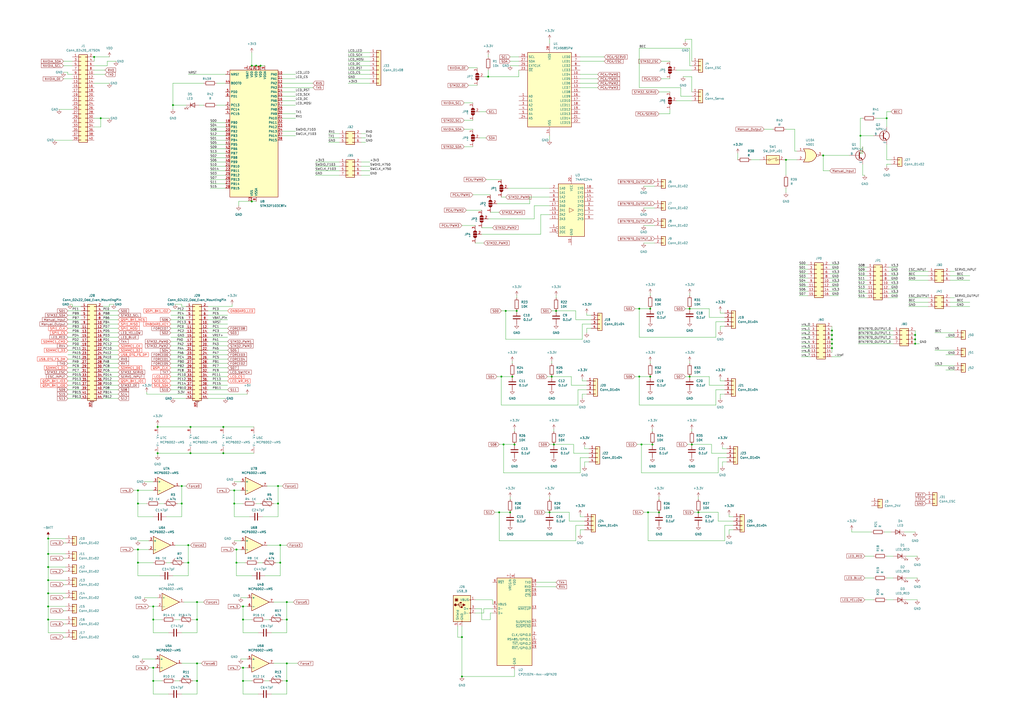
<source format=kicad_sch>
(kicad_sch (version 20230121) (generator eeschema)
  (paper "A2")
  (junction (at 114.3 384.81))
  (junction (at 91.44 262.89))
  (junction (at 530.86 194.31))
  (junction (at 140.97 359.41))
  (junction (at 166.37 394.97))
  (junction (at 400.05 218.44))
  (junction (at 135.89 292.1))
  (junction (at 27.94 351.79))
  (junction (at 378.46 257.81))
  (junction (at 292.1 257.81))
  (junction (at 477.52 90.17))
  (junction (at 482.6 194.31))
  (junction (at 377.19 179.07))
  (junction (at 320.04 218.44))
  (junction (at 322.58 180.34))
  (junction (at 375.92 297.18))
  (junction (at 293.37 180.34))
  (junction (at 140.97 394.97))
  (junction (at 105.41 281.94))
  (junction (at 299.72 180.34))
  (junction (at 514.35 68.58))
  (junction (at 105.41 292.1))
  (junction (at 482.6 196.85))
  (junction (at 27.94 359.41))
  (junction (at 370.84 218.44))
  (junction (at 100.33 60.96))
  (junction (at 382.27 297.18))
  (junction (at 401.32 257.81))
  (junction (at 530.86 199.39))
  (junction (at 109.22 316.23))
  (junction (at 499.11 78.74))
  (junction (at 530.86 196.85))
  (junction (at 88.9 394.97))
  (junction (at 298.45 257.81))
  (junction (at 146.05 116.84))
  (junction (at 151.13 38.1))
  (junction (at 166.37 349.25))
  (junction (at 27.94 312.42))
  (junction (at 267.97 369.57))
  (junction (at 27.94 336.55))
  (junction (at 405.13 297.18))
  (junction (at 137.16 326.39))
  (junction (at 114.3 394.97))
  (junction (at 482.6 199.39))
  (junction (at 370.84 179.07))
  (junction (at 297.18 218.44))
  (junction (at 88.9 351.79))
  (junction (at 455.93 92.71))
  (junction (at 80.01 326.39))
  (junction (at 110.49 262.89))
  (junction (at 88.9 359.41))
  (junction (at 161.29 292.1))
  (junction (at 482.6 201.93))
  (junction (at 27.94 344.17))
  (junction (at 129.54 247.65))
  (junction (at 482.6 191.77))
  (junction (at 166.37 359.41))
  (junction (at 27.94 321.31))
  (junction (at 114.3 359.41))
  (junction (at 161.29 281.94))
  (junction (at 400.05 179.07))
  (junction (at 166.37 384.81))
  (junction (at 91.44 247.65))
  (junction (at 27.94 328.93))
  (junction (at 162.56 326.39))
  (junction (at 80.01 318.77))
  (junction (at 109.22 326.39))
  (junction (at 80.01 292.1))
  (junction (at 137.16 318.77))
  (junction (at 289.56 297.18))
  (junction (at 88.9 387.35))
  (junction (at 80.01 284.48))
  (junction (at 140.97 387.35))
  (junction (at 283.21 44.45))
  (junction (at 54.61 33.02))
  (junction (at 318.77 297.18))
  (junction (at 321.31 257.81))
  (junction (at 135.89 284.48))
  (junction (at 146.05 38.1))
  (junction (at 290.83 218.44))
  (junction (at 267.97 392.43))
  (junction (at 295.91 297.18))
  (junction (at 372.11 257.81))
  (junction (at 129.54 262.89))
  (junction (at 110.49 247.65))
  (junction (at 58.42 68.58))
  (junction (at 377.19 218.44))
  (junction (at 148.59 38.1))
  (junction (at 140.97 351.79))
  (junction (at 162.56 316.23))
  (junction (at 114.3 349.25))
  (wire (pts (xy 417.83 231.14) (xy 417.83 228.6)))
  (wire (pts (xy 435.61 92.71) (xy 440.69 92.71)))
  (wire (pts (xy 420.37 223.52) (xy 411.48 223.52)))
  (wire (pts (xy 59.69 215.9) (xy 68.58 215.9)))
  (wire (pts (xy 92.71 334.01) (xy 80.01 334.01)))
  (wire (pts (xy 494.03 307.34) (xy 494.03 308.61)))
  (wire (pts (xy 163.83 60.96) (xy 171.45 60.96)))
  (wire (pts (xy -111.76 128.27) (xy -121.92 128.27)))
  (wire (pts (xy 481.33 99.06) (xy 477.52 99.06)))
  (wire (pts (xy 290.83 180.34) (xy 293.37 180.34)))
  (wire (pts (xy -68.58 144.78) (xy -72.39 144.78)))
  (wire (pts (xy 36.83 346.71) (xy 38.1 346.71)))
  (wire (pts (xy -134.62 156.21) (xy -137.16 156.21)))
  (wire (pts (xy -110.49 146.05) (xy -121.92 146.05)))
  (wire (pts (xy 38.1 344.17) (xy 27.94 344.17)))
  (wire (pts (xy 287.02 297.18) (xy 289.56 297.18)))
  (wire (pts (xy 99.06 200.66) (xy 107.95 200.66)))
  (wire (pts (xy 99.06 190.5) (xy 107.95 190.5)))
  (wire (pts (xy 120.65 231.14) (xy 130.81 231.14)))
  (wire (pts (xy 455.93 92.71) (xy 455.93 101.6)))
  (wire (pts (xy 497.84 157.48) (xy 502.92 157.48)))
  (wire (pts (xy 499.11 88.9) (xy 500.38 88.9)))
  (wire (pts (xy 288.29 218.44) (xy 290.83 218.44)))
  (wire (pts (xy 39.37 41.91) (xy 36.83 41.91)))
  (wire (pts (xy 104.14 281.94) (xy 105.41 281.94)))
  (wire (pts (xy 342.9 182.88) (xy 340.36 182.88)))
  (wire (pts (xy -109.22 101.6) (xy -109.22 102.87)))
  (wire (pts (xy 110.49 262.89) (xy 129.54 262.89)))
  (wire (pts (xy 91.44 262.89) (xy 110.49 262.89)))
  (wire (pts (xy 283.21 31.75) (xy 283.21 33.02)))
  (wire (pts (xy 121.92 83.82) (xy 130.81 83.82)))
  (wire (pts (xy 121.92 96.52) (xy 130.81 96.52)))
  (wire (pts (xy 85.09 292.1) (xy 80.01 292.1)))
  (wire (pts (xy 464.82 207.01) (xy 469.9 207.01)))
  (wire (pts (xy 293.37 196.85) (xy 293.37 180.34)))
  (wire (pts (xy 142.24 326.39) (xy 137.16 326.39)))
  (wire (pts (xy 332.74 262.89) (xy 332.74 257.81)))
  (wire (pts (xy 114.3 349.25) (xy 114.3 359.41)))
  (wire (pts (xy 342.9 187.96) (xy 337.82 187.96)))
  (wire (pts (xy -119.38 135.89) (xy -121.92 135.89)))
  (wire (pts (xy 280.67 44.45) (xy 283.21 44.45)))
  (wire (pts (xy 455.93 74.93) (xy 461.01 74.93)))
  (wire (pts (xy 400.05 27.94) (xy 400.05 38.1)))
  (wire (pts (xy 500.38 101.6) (xy 501.65 101.6)))
  (wire (pts (xy 209.55 101.6) (xy 214.63 101.6)))
  (wire (pts (xy 515.62 154.94) (xy 520.7 154.94)))
  (wire (pts (xy 59.69 203.2) (xy 68.58 203.2)))
  (wire (pts (xy 140.97 387.35) (xy 140.97 394.97)))
  (wire (pts (xy 109.22 43.18) (xy 130.81 43.18)))
  (wire (pts (xy 121.92 71.12) (xy 130.81 71.12)))
  (wire (pts (xy -44.45 139.7) (xy -55.88 139.7)))
  (wire (pts (xy 97.79 367.03) (xy 88.9 367.03)))
  (wire (pts (xy -143.51 102.87) (xy -134.62 102.87)))
  (wire (pts (xy 455.93 92.71) (xy 462.28 92.71)))
  (wire (pts (xy 373.38 297.18) (xy 375.92 297.18)))
  (wire (pts (xy 514.35 322.58) (xy 518.16 322.58)))
  (wire (pts (xy 120.65 187.96) (xy 132.08 187.96)))
  (wire (pts (xy 85.09 228.6) (xy 107.95 228.6)))
  (wire (pts (xy -119.38 133.35) (xy -121.92 133.35)))
  (wire (pts (xy 405.13 297.18) (xy 416.56 297.18)))
  (wire (pts (xy 313.69 135.89) (xy 313.69 124.46)))
  (wire (pts (xy 514.35 347.98) (xy 518.16 347.98)))
  (wire (pts (xy 109.22 316.23) (xy 109.22 326.39)))
  (wire (pts (xy 551.18 172.72) (xy 553.72 172.72)))
  (wire (pts (xy 59.69 195.58) (xy 68.58 195.58)))
  (wire (pts (xy 54.61 68.58) (xy 58.42 68.58)))
  (wire (pts (xy 370.84 50.8) (xy 394.97 50.8)))
  (wire (pts (xy 149.86 326.39) (xy 152.4 326.39)))
  (wire (pts (xy 285.75 347.98) (xy 285.75 350.52)))
  (wire (pts (xy 39.37 41.91) (xy 39.37 43.18)))
  (wire (pts (xy 121.92 81.28) (xy 130.81 81.28)))
  (wire (pts (xy 121.92 99.06) (xy 130.81 99.06)))
  (wire (pts (xy 99.06 198.12) (xy 107.95 198.12)))
  (wire (pts (xy 425.45 299.72) (xy 422.91 299.72)))
  (wire (pts (xy 336.55 35.56) (xy 350.52 35.56)))
  (wire (pts (xy 464.82 201.93) (xy 469.9 201.93)))
  (wire (pts (xy 497.84 170.18) (xy 502.92 170.18)))
  (wire (pts (xy -134.62 115.57) (xy -148.59 115.57)))
  (wire (pts (xy -109.22 102.87) (xy -121.92 102.87)))
  (wire (pts (xy 400.05 218.44) (xy 411.48 218.44)))
  (wire (pts (xy -53.34 104.14) (xy -55.88 104.14)))
  (wire (pts (xy 41.91 176.53) (xy 41.91 177.8)))
  (wire (pts (xy 279.4 135.89) (xy 313.69 135.89)))
  (wire (pts (xy 105.41 292.1) (xy 105.41 299.72)))
  (wire (pts (xy -134.62 138.43) (xy -148.59 138.43)))
  (wire (pts (xy 500.38 88.9) (xy 500.38 85.09)))
  (wire (pts (xy 38.1 351.79) (xy 27.94 351.79)))
  (wire (pts (xy 209.55 82.55) (xy 212.09 82.55)))
  (wire (pts (xy 340.36 223.52) (xy 331.47 223.52)))
  (wire (pts (xy 368.3 179.07) (xy 370.84 179.07)))
  (wire (pts (xy -68.58 127) (xy -72.39 127)))
  (wire (pts (xy 383.54 45.72) (xy 388.62 45.72)))
  (wire (pts (xy -134.62 120.65) (xy -148.59 120.65)))
  (wire (pts (xy -110.49 151.13) (xy -121.92 151.13)))
  (wire (pts (xy 497.84 160.02) (xy 502.92 160.02)))
  (wire (pts (xy 341.63 262.89) (xy 332.74 262.89)))
  (wire (pts (xy -113.03 123.19) (xy -121.92 123.19)))
  (wire (pts (xy 411.48 184.15) (xy 411.48 179.07)))
  (wire (pts (xy 99.06 220.98) (xy 107.95 220.98)))
  (wire (pts (xy 39.37 187.96) (xy 46.99 187.96)))
  (wire (pts (xy 39.37 215.9) (xy 46.99 215.9)))
  (wire (pts (xy -134.62 151.13) (xy -148.59 151.13)))
  (wire (pts (xy 102.87 292.1) (xy 105.41 292.1)))
  (wire (pts (xy 162.56 326.39) (xy 162.56 334.01)))
  (wire (pts (xy 283.21 127) (xy 309.88 127)))
  (wire (pts (xy -68.58 134.62) (xy -78.74 134.62)))
  (wire (pts (xy 34.29 63.5) (xy 41.91 63.5)))
  (wire (pts (xy 137.16 334.01) (xy 137.16 326.39)))
  (wire (pts (xy 274.32 74.93) (xy 269.24 74.93)))
  (wire (pts (xy 401.32 44.45) (xy 401.32 53.34)))
  (wire (pts (xy 501.65 347.98) (xy 506.73 347.98)))
  (wire (pts (xy -53.34 124.46) (xy -55.88 124.46)))
  (wire (pts (xy 99.06 203.2) (xy 107.95 203.2)))
  (wire (pts (xy 39.37 180.34) (xy 46.99 180.34)))
  (wire (pts (xy 39.37 203.2) (xy 46.99 203.2)))
  (wire (pts (xy 542.29 203.2) (xy 553.72 203.2)))
  (wire (pts (xy 163.83 50.8) (xy 181.61 50.8)))
  (wire (pts (xy 477.52 99.06) (xy 477.52 90.17)))
  (wire (pts (xy 420.37 304.8) (xy 420.37 313.69)))
  (wire (pts (xy 482.6 207.01) (xy 487.68 207.01)))
  (wire (pts (xy -134.62 110.49) (xy -148.59 110.49)))
  (wire (pts (xy 40.64 176.53) (xy 41.91 176.53)))
  (wire (pts (xy 548.64 195.58) (xy 553.72 195.58)))
  (wire (pts (xy 463.55 163.83) (xy 468.63 163.83)))
  (wire (pts (xy 298.45 388.62) (xy 298.45 392.43)))
  (wire (pts (xy -53.34 127) (xy -55.88 127)))
  (wire (pts (xy 114.3 349.25) (xy 118.11 349.25)))
  (wire (pts (xy 120.65 182.88) (xy 132.08 182.88)))
  (wire (pts (xy -113.03 120.65) (xy -121.92 120.65)))
  (wire (pts (xy 311.15 340.36) (xy 322.58 340.36)))
  (wire (pts (xy 120.65 220.98) (xy 132.08 220.98)))
  (wire (pts (xy 135.89 284.48) (xy 135.89 292.1)))
  (wire (pts (xy 54.61 73.66) (xy 58.42 73.66)))
  (wire (pts (xy 463.55 153.67) (xy 468.63 153.67)))
  (wire (pts (xy 321.31 257.81) (xy 332.74 257.81)))
  (wire (pts (xy 39.37 185.42) (xy 46.99 185.42)))
  (wire (pts (xy 120.65 198.12) (xy 132.08 198.12)))
  (wire (pts (xy 137.16 318.77) (xy 137.16 326.39)))
  (wire (pts (xy -44.45 142.24) (xy -55.88 142.24)))
  (wire (pts (xy 163.83 48.26) (xy 181.61 48.26)))
  (wire (pts (xy 63.5 176.53) (xy 63.5 177.8)))
  (wire (pts (xy 341.63 265.43) (xy 336.55 265.43)))
  (wire (pts (xy 209.55 80.01) (xy 212.09 80.01)))
  (wire (pts (xy 39.37 213.36) (xy 46.99 213.36)))
  (wire (pts (xy 139.7 351.79) (xy 140.97 351.79)))
  (wire (pts (xy 382.27 288.29) (xy 382.27 289.56)))
  (wire (pts (xy 111.76 359.41) (xy 114.3 359.41)))
  (wire (pts (xy 146.05 394.97) (xy 140.97 394.97)))
  (wire (pts (xy 340.36 181.61) (xy 340.36 182.88)))
  (wire (pts (xy 139.7 387.35) (xy 140.97 387.35)))
  (wire (pts (xy 336.55 298.45) (xy 336.55 299.72)))
  (wire (pts (xy 54.61 33.02) (xy 63.5 33.02)))
  (wire (pts (xy 292.1 257.81) (xy 298.45 257.81)))
  (wire (pts (xy 340.36 193.04) (xy 340.36 190.5)))
  (wire (pts (xy 83.82 346.71) (xy 91.44 346.71)))
  (wire (pts (xy 158.75 384.81) (xy 166.37 384.81)))
  (wire (pts (xy 482.6 196.85) (xy 482.6 199.39)))
  (wire (pts (xy -68.58 116.84) (xy -72.39 116.84)))
  (wire (pts (xy 515.62 165.1) (xy 520.7 165.1)))
  (wire (pts (xy 382.27 66.04) (xy 388.62 66.04)))
  (wire (pts (xy 337.82 187.96) (xy 337.82 196.85)))
  (wire (pts (xy 140.97 292.1) (xy 135.89 292.1)))
  (wire (pts (xy -68.58 149.86) (xy -72.39 149.86)))
  (wire (pts (xy 373.38 140.97) (xy 379.73 140.97)))
  (wire (pts (xy 166.37 384.81) (xy 166.37 394.97)))
  (wire (pts (xy 41.91 177.8) (xy 46.99 177.8)))
  (wire (pts (xy 97.79 402.59) (xy 88.9 402.59)))
  (wire (pts (xy 109.22 326.39) (xy 109.22 334.01)))
  (wire (pts (xy 397.51 22.86) (xy 397.51 24.13)))
  (wire (pts (xy 419.1 270.51) (xy 419.1 267.97)))
  (wire (pts (xy -113.03 118.11) (xy -121.92 118.11)))
  (wire (pts (xy 420.37 226.06) (xy 415.29 226.06)))
  (wire (pts (xy 481.33 153.67) (xy 486.41 153.67)))
  (wire (pts (xy 497.84 167.64) (xy 502.92 167.64)))
  (wire (pts (xy 269.24 85.09) (xy 274.32 85.09)))
  (wire (pts (xy 59.69 223.52) (xy 68.58 223.52)))
  (wire (pts (xy -113.03 115.57) (xy -121.92 115.57)))
  (wire (pts (xy 99.06 180.34) (xy 107.95 180.34)))
  (wire (pts (xy 120.65 185.42) (xy 132.08 185.42)))
  (wire (pts (xy 515.62 157.48) (xy 520.7 157.48)))
  (wire (pts (xy -68.58 132.08) (xy -78.74 132.08)))
  (wire (pts (xy 341.63 260.35) (xy 339.09 260.35)))
  (wire (pts (xy 464.82 194.31) (xy 469.9 194.31)))
  (wire (pts (xy 88.9 367.03) (xy 88.9 359.41)))
  (wire (pts (xy 289.56 313.69) (xy 289.56 297.18)))
  (wire (pts (xy -53.34 149.86) (xy -55.88 149.86)))
  (wire (pts (xy 551.18 160.02) (xy 562.61 160.02)))
  (wire (pts (xy 146.05 30.48) (xy 146.05 38.1)))
  (wire (pts (xy 91.44 246.38) (xy 91.44 247.65)))
  (wire (pts (xy -109.22 148.59) (xy -121.92 148.59)))
  (wire (pts (xy -53.34 144.78) (xy -55.88 144.78)))
  (wire (pts (xy 340.36 220.98) (xy 337.82 220.98)))
  (wire (pts (xy 163.83 45.72) (xy 171.45 45.72)))
  (wire (pts (xy 530.86 199.39) (xy 533.4 199.39)))
  (wire (pts (xy 39.37 190.5) (xy 46.99 190.5)))
  (wire (pts (xy 137.16 318.77) (xy 139.7 318.77)))
  (wire (pts (xy 120.65 223.52) (xy 132.08 223.52)))
  (wire (pts (xy 38.1 359.41) (xy 27.94 359.41)))
  (wire (pts (xy 514.35 64.77) (xy 514.35 68.58)))
  (wire (pts (xy 163.83 78.74) (xy 171.45 78.74)))
  (wire (pts (xy 100.33 48.26) (xy 100.33 60.96)))
  (wire (pts (xy 499.11 78.74) (xy 499.11 88.9)))
  (wire (pts (xy -68.58 114.3) (xy -72.39 114.3)))
  (wire (pts (xy 80.01 299.72) (xy 80.01 292.1)))
  (wire (pts (xy 525.78 322.58) (xy 532.13 322.58)))
  (wire (pts (xy 163.83 359.41) (xy 166.37 359.41)))
  (wire (pts (xy 100.33 231.14) (xy 107.95 231.14)))
  (wire (pts (xy 80.01 334.01) (xy 80.01 326.39)))
  (wire (pts (xy 372.11 257.81) (xy 378.46 257.81)))
  (wire (pts (xy 279.4 359.41) (xy 284.48 359.41)))
  (wire (pts (xy 36.83 354.33) (xy 38.1 354.33)))
  (wire (pts (xy 120.65 228.6) (xy 143.51 228.6)))
  (wire (pts (xy 166.37 359.41) (xy 166.37 367.03)))
  (wire (pts (xy 120.65 200.66) (xy 132.08 200.66)))
  (wire (pts (xy 284.48 355.6) (xy 285.75 355.6)))
  (wire (pts (xy 464.82 204.47) (xy 469.9 204.47)))
  (wire (pts (xy 397.51 218.44) (xy 400.05 218.44)))
  (wire (pts (xy 59.69 218.44) (xy 68.58 218.44)))
  (wire (pts (xy 201.93 43.18) (xy 214.63 43.18)))
  (wire (pts (xy 542.29 193.04) (xy 553.72 193.04)))
  (wire (pts (xy 39.37 208.28) (xy 46.99 208.28)))
  (wire (pts (xy 290.83 114.3) (xy 293.37 114.3)))
  (wire (pts (xy 182.88 101.6) (xy 196.85 101.6)))
  (wire (pts (xy 515.62 167.64) (xy 520.7 167.64)))
  (wire (pts (xy 497.84 154.94) (xy 502.92 154.94)))
  (wire (pts (xy 99.06 210.82) (xy 107.95 210.82)))
  (wire (pts (xy 281.94 104.14) (xy 290.83 104.14)))
  (wire (pts (xy 464.82 189.23) (xy 469.9 189.23)))
  (wire (pts (xy 105.41 384.81) (xy 114.3 384.81)))
  (wire (pts (xy -138.43 105.41) (xy -140.97 105.41)))
  (wire (pts (xy -36.83 105.41) (xy -36.83 106.68)))
  (wire (pts (xy 160.02 326.39) (xy 162.56 326.39)))
  (wire (pts (xy 421.64 260.35) (xy 419.1 260.35)))
  (wire (pts (xy 121.92 73.66) (xy 130.81 73.66)))
  (wire (pts (xy 392.43 40.64) (xy 401.32 40.64)))
  (wire (pts (xy 497.84 196.85) (xy 518.16 196.85)))
  (wire (pts (xy 182.88 96.52) (xy 196.85 96.52)))
  (wire (pts (xy 86.36 387.35) (xy 88.9 387.35)))
  (wire (pts (xy 309.88 119.38) (xy 309.88 127)))
  (wire (pts (xy 415.29 195.58) (xy 370.84 195.58)))
  (wire (pts (xy 161.29 281.94) (xy 161.29 292.1)))
  (wire (pts (xy 158.75 349.25) (xy 166.37 349.25)))
  (wire (pts (xy 59.69 190.5) (xy 68.58 190.5)))
  (wire (pts (xy -53.34 154.94) (xy -55.88 154.94)))
  (wire (pts (xy 275.59 140.97) (xy 280.67 140.97)))
  (wire (pts (xy 336.55 45.72) (xy 346.71 45.72)))
  (wire (pts (xy 322.58 180.34) (xy 334.01 180.34)))
  (wire (pts (xy 120.65 210.82) (xy 132.08 210.82)))
  (wire (pts (xy 93.98 359.41) (xy 88.9 359.41)))
  (wire (pts (xy 514.35 335.28) (xy 518.16 335.28)))
  (wire (pts (xy 548.64 214.63) (xy 553.72 214.63)))
  (wire (pts (xy 38.1 367.03) (xy 27.94 367.03)))
  (wire (pts (xy 530.86 196.85) (xy 530.86 199.39)))
  (wire (pts (xy 163.83 53.34) (xy 171.45 53.34)))
  (wire (pts (xy 129.54 247.65) (xy 147.32 247.65)))
  (wire (pts (xy 318.77 257.81) (xy 321.31 257.81)))
  (wire (pts (xy 153.67 334.01) (xy 162.56 334.01)))
  (wire (pts (xy 299.72 171.45) (xy 299.72 172.72)))
  (wire (pts (xy 422.91 307.34) (xy 425.45 307.34)))
  (wire (pts (xy 276.86 39.37) (xy 271.78 39.37)))
  (wire (pts (xy -68.58 147.32) (xy -78.74 147.32)))
  (wire (pts (xy 375.92 297.18) (xy 382.27 297.18)))
  (wire (pts (xy 201.93 33.02) (xy 214.63 33.02)))
  (wire (pts (xy 77.47 318.77) (xy 80.01 318.77)))
  (wire (pts (xy 279.4 132.08) (xy 285.75 132.08)))
  (wire (pts (xy 153.67 359.41) (xy 156.21 359.41)))
  (wire (pts (xy 154.94 281.94) (xy 161.29 281.94)))
  (wire (pts (xy 27.94 312.42) (xy 27.94 321.31)))
  (wire (pts (xy -68.58 106.68) (xy -90.17 106.68)))
  (wire (pts (xy 36.83 35.56) (xy 41.91 35.56)))
  (wire (pts (xy 416.56 302.26) (xy 416.56 297.18)))
  (wire (pts (xy 337.82 196.85) (xy 293.37 196.85)))
  (wire (pts (xy 148.59 38.1) (xy 151.13 38.1)))
  (wire (pts (xy 39.37 220.98) (xy 46.99 220.98)))
  (wire (pts (xy 463.55 158.75) (xy 468.63 158.75)))
  (wire (pts (xy 99.06 193.04) (xy 107.95 193.04)))
  (wire (pts (xy 135.89 299.72) (xy 135.89 292.1)))
  (wire (pts (xy 135.89 318.77) (xy 137.16 318.77)))
  (wire (pts (xy 340.36 226.06) (xy 335.28 226.06)))
  (wire (pts (xy 513.08 308.61) (xy 516.89 308.61)))
  (wire (pts (xy 39.37 195.58) (xy 46.99 195.58)))
  (wire (pts (xy 267.97 130.81) (xy 275.59 130.81)))
  (wire (pts (xy 417.83 180.34) (xy 417.83 181.61)))
  (wire (pts (xy 59.69 210.82) (xy 68.58 210.82)))
  (wire (pts (xy 527.05 175.26) (xy 538.48 175.26)))
  (wire (pts (xy 190.5 77.47) (xy 196.85 77.47)))
  (wire (pts (xy 422.91 298.45) (xy 422.91 299.72)))
  (wire (pts (xy -134.62 146.05) (xy -148.59 146.05)))
  (wire (pts (xy 80.01 318.77) (xy 80.01 326.39)))
  (wire (pts (xy 501.65 335.28) (xy 506.73 335.28)))
  (wire (pts (xy 370.84 179.07) (xy 377.19 179.07)))
  (wire (pts (xy 59.69 180.34) (xy 68.58 180.34)))
  (wire (pts (xy 392.43 58.42) (xy 401.32 58.42)))
  (wire (pts (xy -44.45 134.62) (xy -55.88 134.62)))
  (wire (pts (xy 527.05 162.56) (xy 538.48 162.56)))
  (wire (pts (xy 190.5 80.01) (xy 196.85 80.01)))
  (wire (pts (xy 463.55 156.21) (xy 468.63 156.21)))
  (wire (pts (xy 39.37 193.04) (xy 46.99 193.04)))
  (wire (pts (xy 397.51 179.07) (xy 400.05 179.07)))
  (wire (pts (xy -53.34 116.84) (xy -55.88 116.84)))
  (wire (pts (xy 420.37 186.69) (xy 415.29 186.69)))
  (wire (pts (xy 80.01 318.77) (xy 86.36 318.77)))
  (wire (pts (xy 482.6 201.93) (xy 482.6 204.47)))
  (wire (pts (xy 144.78 299.72) (xy 135.89 299.72)))
  (wire (pts (xy 481.33 166.37) (xy 486.41 166.37)))
  (wire (pts (xy -53.34 119.38) (xy -55.88 119.38)))
  (wire (pts (xy 298.45 248.92) (xy 298.45 250.19)))
  (wire (pts (xy 154.94 316.23) (xy 162.56 316.23)))
  (wire (pts (xy -53.34 101.6) (xy -53.34 104.14)))
  (wire (pts (xy 422.91 309.88) (xy 422.91 307.34)))
  (wire (pts (xy 295.91 38.1) (xy 300.99 38.1)))
  (wire (pts (xy 139.7 382.27) (xy 143.51 382.27)))
  (wire (pts (xy -68.58 152.4) (xy -72.39 152.4)))
  (wire (pts (xy 416.56 265.43) (xy 416.56 274.32)))
  (wire (pts (xy 100.33 60.96) (xy 107.95 60.96)))
  (wire (pts (xy 402.59 297.18) (xy 405.13 297.18)))
  (wire (pts (xy 400.05 179.07) (xy 411.48 179.07)))
  (wire (pts (xy 417.83 191.77) (xy 417.83 189.23)))
  (wire (pts (xy 514.35 68.58) (xy 514.35 73.66)))
  (wire (pts (xy 283.21 44.45) (xy 300.99 44.45)))
  (wire (pts (xy 271.78 49.53) (xy 276.86 49.53)))
  (wire (pts (xy 27.94 336.55) (xy 27.94 344.17)))
  (wire (pts (xy 120.65 208.28) (xy 132.08 208.28)))
  (wire (pts (xy 320.04 218.44) (xy 331.47 218.44)))
  (wire (pts (xy 59.69 205.74) (xy 68.58 205.74)))
  (wire (pts (xy 494.03 308.61) (xy 505.46 308.61)))
  (wire (pts (xy 93.98 394.97) (xy 88.9 394.97)))
  (wire (pts (xy 318.77 78.74) (xy 318.77 81.28)))
  (wire (pts (xy -40.64 109.22) (xy -55.88 109.22)))
  (wire (pts (xy -138.43 105.41) (xy -138.43 107.95)))
  (wire (pts (xy 274.32 59.69) (xy 269.24 59.69)))
  (wire (pts (xy 125.73 60.96) (xy 130.81 60.96)))
  (wire (pts (xy 114.3 394.97) (xy 114.3 402.59)))
  (wire (pts (xy -68.58 124.46) (xy -72.39 124.46)))
  (wire (pts (xy 153.67 394.97) (xy 156.21 394.97)))
  (wire (pts (xy 27.94 359.41) (xy 27.94 367.03)))
  (wire (pts (xy -134.62 125.73) (xy -148.59 125.73)))
  (wire (pts (xy 125.73 48.26) (xy 130.81 48.26)))
  (wire (pts (xy 101.6 394.97) (xy 104.14 394.97)))
  (wire (pts (xy 339.09 302.26) (xy 330.2 302.26)))
  (wire (pts (xy -53.34 121.92) (xy -55.88 121.92)))
  (wire (pts (xy 120.65 177.8) (xy 134.62 177.8)))
  (wire (pts (xy 527.05 177.8) (xy 538.48 177.8)))
  (wire (pts (xy 398.78 257.81) (xy 401.32 257.81)))
  (wire (pts (xy 336.55 265.43) (xy 336.55 274.32)))
  (wire (pts (xy 336.55 309.88) (xy 336.55 307.34)))
  (wire (pts (xy 54.61 40.64) (xy 60.96 40.64)))
  (wire (pts (xy -68.58 154.94) (xy -72.39 154.94)))
  (wire (pts (xy 463.55 166.37) (xy 468.63 166.37)))
  (wire (pts (xy 54.61 48.26) (xy 63.5 48.26)))
  (wire (pts (xy -113.03 113.03) (xy -121.92 113.03)))
  (wire (pts (xy 140.97 367.03) (xy 140.97 359.41)))
  (wire (pts (xy 334.01 185.42) (xy 334.01 180.34)))
  (wire (pts (xy -119.38 107.95) (xy -121.92 107.95)))
  (wire (pts (xy 121.92 109.22) (xy 130.81 109.22)))
  (wire (pts (xy 88.9 351.79) (xy 91.44 351.79)))
  (wire (pts (xy 464.82 199.39) (xy 469.9 199.39)))
  (wire (pts (xy 120.65 190.5) (xy 132.08 190.5)))
  (wire (pts (xy 378.46 248.92) (xy 378.46 250.19)))
  (wire (pts (xy 201.93 35.56) (xy 214.63 35.56)))
  (wire (pts (xy 425.45 302.26) (xy 416.56 302.26)))
  (wire (pts (xy 313.69 124.46) (xy 318.77 124.46)))
  (wire (pts (xy 388.62 66.04) (xy 388.62 63.5)))
  (wire (pts (xy 209.55 99.06) (xy 214.63 99.06)))
  (wire (pts (xy 335.28 226.06) (xy 335.28 234.95)))
  (wire (pts (xy 39.37 205.74) (xy 46.99 205.74)))
  (wire (pts (xy 27.94 321.31) (xy 27.94 328.93)))
  (wire (pts (xy 190.5 82.55) (xy 196.85 82.55)))
  (wire (pts (xy 339.09 267.97) (xy 341.63 267.97)))
  (wire (pts (xy -134.62 118.11) (xy -148.59 118.11)))
  (wire (pts (xy 265.43 363.22) (xy 265.43 369.57)))
  (wire (pts (xy 209.55 93.98) (xy 214.63 93.98)))
  (wire (pts (xy -53.34 137.16) (xy -55.88 137.16)))
  (wire (pts (xy 163.83 58.42) (xy 171.45 58.42)))
  (wire (pts (xy -110.49 143.51) (xy -121.92 143.51)))
  (wire (pts (xy 27.94 311.15) (xy 27.94 312.42)))
  (wire (pts (xy 157.48 402.59) (xy 166.37 402.59)))
  (wire (pts (xy -119.38 105.41) (xy -119.38 107.95)))
  (wire (pts (xy -68.58 121.92) (xy -72.39 121.92)))
  (wire (pts (xy 289.56 297.18) (xy 295.91 297.18)))
  (wire (pts (xy 54.61 43.18) (xy 60.96 43.18)))
  (wire (pts (xy 36.83 361.95) (xy 38.1 361.95)))
  (wire (pts (xy 318.77 22.86) (xy 318.77 25.4)))
  (wire (pts (xy 397.51 22.86) (xy 401.32 22.86)))
  (wire (pts (xy 394.97 50.8) (xy 394.97 55.88)))
  (wire (pts (xy 59.69 198.12) (xy 68.58 198.12)))
  (wire (pts (xy 336.55 50.8) (xy 346.71 50.8)))
  (wire (pts (xy 542.29 212.09) (xy 553.72 212.09)))
  (wire (pts (xy 59.69 226.06) (xy 68.58 226.06)))
  (wire (pts (xy 284.48 123.19) (xy 289.56 123.19)))
  (wire (pts (xy 461.01 87.63) (xy 462.28 87.63)))
  (wire (pts (xy 339.09 259.08) (xy 339.09 260.35)))
  (wire (pts (xy 140.97 402.59) (xy 140.97 394.97)))
  (wire (pts (xy 421.64 265.43) (xy 416.56 265.43)))
  (wire (pts (xy 105.41 402.59) (xy 114.3 402.59)))
  (wire (pts (xy 497.84 194.31) (xy 518.16 194.31)))
  (wire (pts (xy 267.97 369.57) (xy 267.97 392.43)))
  (wire (pts (xy -119.38 125.73) (xy -121.92 125.73)))
  (wire (pts (xy 88.9 402.59) (xy 88.9 394.97)))
  (wire (pts (xy 280.67 355.6) (xy 280.67 353.06)))
  (wire (pts (xy 499.11 78.74) (xy 506.73 78.74)))
  (wire (pts (xy 515.62 172.72) (xy 520.7 172.72)))
  (wire (pts (xy 316.23 297.18) (xy 318.77 297.18)))
  (wire (pts (xy 443.23 74.93) (xy 448.31 74.93)))
  (wire (pts (xy -55.88 106.68) (xy -36.83 106.68)))
  (wire (pts (xy 370.84 218.44) (xy 377.19 218.44)))
  (wire (pts (xy -134.62 133.35) (xy -137.16 133.35)))
  (wire (pts (xy 497.84 162.56) (xy 502.92 162.56)))
  (wire (pts (xy 463.55 171.45) (xy 468.63 171.45)))
  (wire (pts (xy 59.69 220.98) (xy 68.58 220.98)))
  (wire (pts (xy 162.56 316.23) (xy 166.37 316.23)))
  (wire (pts (xy -111.76 130.81) (xy -121.92 130.81)))
  (wire (pts (xy 149.86 402.59) (xy 140.97 402.59)))
  (wire (pts (xy 463.55 161.29) (xy 468.63 161.29)))
  (wire (pts (xy 54.61 33.02) (xy 54.61 35.56)))
  (wire (pts (xy 105.41 367.03) (xy 114.3 367.03)))
  (wire (pts (xy 515.62 170.18) (xy 520.7 170.18)))
  (wire (pts (xy -68.58 142.24) (xy -72.39 142.24)))
  (wire (pts (xy 163.83 55.88) (xy 171.45 55.88)))
  (wire (pts (xy 100.33 63.5) (xy 100.33 60.96)))
  (wire (pts (xy 500.38 68.58) (xy 499.11 68.58)))
  (wire (pts (xy 80.01 313.69) (xy 86.36 313.69)))
  (wire (pts (xy 59.69 182.88) (xy 68.58 182.88)))
  (wire (pts (xy 527.05 172.72) (xy 538.48 172.72)))
  (wire (pts (xy 201.93 45.72) (xy 214.63 45.72)))
  (wire (pts (xy 289.56 257.81) (xy 292.1 257.81)))
  (wire (pts (xy 182.88 93.98) (xy 196.85 93.98)))
  (wire (pts (xy 383.54 35.56) (xy 388.62 35.56)))
  (wire (pts (xy 267.97 392.43) (xy 298.45 392.43)))
  (wire (pts (xy 88.9 351.79) (xy 88.9 359.41)))
  (wire (pts (xy 497.84 165.1) (xy 502.92 165.1)))
  (wire (pts (xy 88.9 299.72) (xy 80.01 299.72)))
  (wire (pts (xy 515.62 162.56) (xy 520.7 162.56)))
  (wire (pts (xy 134.62 176.53) (xy 134.62 177.8)))
  (wire (pts (xy 146.05 359.41) (xy 140.97 359.41)))
  (wire (pts (xy 551.18 157.48) (xy 553.72 157.48)))
  (wire (pts (xy 290.83 234.95) (xy 290.83 218.44)))
  (wire (pts (xy 121.92 88.9) (xy 130.81 88.9)))
  (wire (pts (xy 106.68 326.39) (xy 109.22 326.39)))
  (wire (pts (xy -111.76 110.49) (xy -121.92 110.49)))
  (wire (pts (xy 527.05 157.48) (xy 538.48 157.48)))
  (wire (pts (xy 36.83 314.96) (xy 38.1 314.96)))
  (wire (pts (xy 336.55 33.02) (xy 350.52 33.02)))
  (wire (pts (xy 288.29 118.11) (xy 307.34 118.11)))
  (wire (pts (xy 27.94 328.93) (xy 27.94 336.55)))
  (wire (pts (xy 497.84 172.72) (xy 502.92 172.72)))
  (wire (pts (xy 120.65 203.2) (xy 132.08 203.2)))
  (wire (pts (xy 63.5 177.8) (xy 59.69 177.8)))
  (wire (pts (xy 275.59 355.6) (xy 280.67 355.6)))
  (wire (pts (xy 283.21 40.64) (xy 283.21 44.45)))
  (wire (pts (xy 342.9 185.42) (xy 334.01 185.42)))
  (wire (pts (xy -119.38 156.21) (xy -121.92 156.21)))
  (wire (pts (xy -134.62 113.03) (xy -148.59 113.03)))
  (wire (pts (xy 139.7 346.71) (xy 143.51 346.71)))
  (wire (pts (xy 209.55 77.47) (xy 212.09 77.47)))
  (wire (pts (xy 121.92 86.36) (xy 130.81 86.36)))
  (wire (pts (xy 82.55 382.27) (xy 90.17 382.27)))
  (wire (pts (xy 394.97 55.88) (xy 401.32 55.88)))
  (wire (pts (xy 477.52 90.17) (xy 492.76 90.17)))
  (wire (pts (xy 551.18 162.56) (xy 562.61 162.56)))
  (wire (pts (xy 336.55 43.18) (xy 346.71 43.18)))
  (wire (pts (xy 27.94 344.17) (xy 27.94 351.79)))
  (wire (pts (xy 133.35 284.48) (xy 135.89 284.48)))
  (wire (pts (xy 201.93 30.48) (xy 214.63 30.48)))
  (wire (pts (xy 417.83 219.71) (xy 417.83 220.98)))
  (wire (pts (xy 267.97 363.22) (xy 267.97 369.57)))
  (wire (pts (xy 508 68.58) (xy 514.35 68.58)))
  (wire (pts (xy 83.82 279.4) (xy 88.9 279.4)))
  (wire (pts (xy -134.62 140.97) (xy -148.59 140.97)))
  (wire (pts (xy 101.6 316.23) (xy 109.22 316.23)))
  (wire (pts (xy 99.06 187.96) (xy 107.95 187.96)))
  (wire (pts (xy 115.57 60.96) (xy 118.11 60.96)))
  (wire (pts (xy 415.29 234.95) (xy 370.84 234.95)))
  (wire (pts (xy 516.89 95.25) (xy 514.35 95.25)))
  (wire (pts (xy -134.62 128.27) (xy -148.59 128.27)))
  (wire (pts (xy 96.52 326.39) (xy 99.06 326.39)))
  (wire (pts (xy 370.84 27.94) (xy 370.84 50.8)))
  (wire (pts (xy 36.83 369.57) (xy 38.1 369.57)))
  (wire (pts (xy 551.18 175.26) (xy 562.61 175.26)))
  (wire (pts (xy 320.04 209.55) (xy 320.04 210.82)))
  (wire (pts (xy 400.05 38.1) (xy 401.32 38.1)))
  (wire (pts (xy 369.57 257.81) (xy 372.11 257.81)))
  (wire (pts (xy 121.92 91.44) (xy 130.81 91.44)))
  (wire (pts (xy 80.01 326.39) (xy 88.9 326.39)))
  (wire (pts (xy 482.6 191.77) (xy 482.6 194.31)))
  (wire (pts (xy 99.06 213.36) (xy 107.95 213.36)))
  (wire (pts (xy -71.12 104.14) (xy -71.12 101.6)))
  (wire (pts (xy -68.58 111.76) (xy -81.28 111.76)))
  (wire (pts (xy 38.1 312.42) (xy 27.94 312.42)))
  (wire (pts (xy -143.51 102.87) (xy -143.51 101.6)))
  (wire (pts (xy 295.91 33.02) (xy 300.99 33.02)))
  (wire (pts (xy 91.44 262.89) (xy 91.44 264.16)))
  (wire (pts (xy 129.54 262.89) (xy 147.32 262.89)))
  (wire (pts (xy 461.01 74.93) (xy 461.01 87.63)))
  (wire (pts (xy 163.83 43.18) (xy 171.45 43.18)))
  (wire (pts (xy 36.83 38.1) (xy 41.91 38.1)))
  (wire (pts (xy 138.43 116.84) (xy 146.05 116.84)))
  (wire (pts (xy 455.93 111.76) (xy 455.93 109.22)))
  (wire (pts (xy 114.3 384.81) (xy 116.84 384.81)))
  (wire (pts (xy 38.1 328.93) (xy 27.94 328.93)))
  (wire (pts (xy 36.83 323.85) (xy 38.1 323.85)))
  (wire (pts (xy 307.34 114.3) (xy 318.77 114.3)))
  (wire (pts (xy 62.23 38.1) (xy 54.61 38.1)))
  (wire (pts (xy 548.64 205.74) (xy 553.72 205.74)))
  (wire (pts (xy 293.37 180.34) (xy 299.72 180.34)))
  (wire (pts (xy 370.84 195.58) (xy 370.84 179.07)))
  (wire (pts (xy 138.43 119.38) (xy 138.43 116.84)))
  (wire (pts (xy -134.62 130.81) (xy -137.16 130.81)))
  (wire (pts (xy 497.84 199.39) (xy 518.16 199.39)))
  (wire (pts (xy 373.38 120.65) (xy 379.73 120.65)))
  (wire (pts (xy 335.28 234.95) (xy 290.83 234.95)))
  (wire (pts (xy 163.83 394.97) (xy 166.37 394.97)))
  (wire (pts (xy 121.92 78.74) (xy 130.81 78.74)))
  (wire (pts (xy 59.69 231.14) (xy 68.58 231.14)))
  (wire (pts (xy -138.43 107.95) (xy -134.62 107.95)))
  (wire (pts (xy 339.09 299.72) (xy 336.55 299.72)))
  (wire (pts (xy 420.37 313.69) (xy 375.92 313.69)))
  (wire (pts (xy 146.05 116.84) (xy 148.59 116.84)))
  (wire (pts (xy 482.6 199.39) (xy 482.6 201.93)))
  (wire (pts (xy 161.29 281.94) (xy 163.83 281.94)))
  (wire (pts (xy 59.69 228.6) (xy 68.58 228.6)))
  (wire (pts (xy -134.62 148.59) (xy -137.16 148.59)))
  (wire (pts (xy 110.49 247.65) (xy 129.54 247.65)))
  (wire (pts (xy 373.38 107.95) (xy 379.73 107.95)))
  (wire (pts (xy 59.69 208.28) (xy 68.58 208.28)))
  (wire (pts (xy 99.06 185.42) (xy 107.95 185.42)))
  (wire (pts (xy 39.37 223.52) (xy 46.99 223.52)))
  (wire (pts (xy 339.09 304.8) (xy 334.01 304.8)))
  (wire (pts (xy 39.37 200.66) (xy 46.99 200.66)))
  (wire (pts (xy 99.06 226.06) (xy 107.95 226.06)))
  (wire (pts (xy 201.93 40.64) (xy 214.63 40.64)))
  (wire (pts (xy 275.59 347.98) (xy 285.75 347.98)))
  (wire (pts (xy 420.37 220.98) (xy 417.83 220.98)))
  (wire (pts (xy 334.01 313.69) (xy 289.56 313.69)))
  (wire (pts (xy 58.42 68.58) (xy 58.42 73.66)))
  (wire (pts (xy 275.59 353.06) (xy 279.4 353.06)))
  (wire (pts (xy 58.42 68.58) (xy 63.5 68.58)))
  (wire (pts (xy 481.33 158.75) (xy 486.41 158.75)))
  (wire (pts (xy 105.41 281.94) (xy 105.41 292.1)))
  (wire (pts (xy 290.83 218.44) (xy 297.18 218.44)))
  (wire (pts (xy -44.45 129.54) (xy -55.88 129.54)))
  (wire (pts (xy 146.05 38.1) (xy 148.59 38.1)))
  (wire (pts (xy 340.36 190.5) (xy 342.9 190.5)))
  (wire (pts (xy 59.69 187.96) (xy 68.58 187.96)))
  (wire (pts (xy 339.09 270.51) (xy 339.09 267.97)))
  (wire (pts (xy 77.47 284.48) (xy 80.01 284.48)))
  (wire (pts (xy 39.37 218.44) (xy 46.99 218.44)))
  (wire (pts (xy -110.49 140.97) (xy -121.92 140.97)))
  (wire (pts (xy 39.37 226.06) (xy 46.99 226.06)))
  (wire (pts (xy 415.29 226.06) (xy 415.29 234.95)))
  (wire (pts (xy 99.06 205.74) (xy 107.95 205.74)))
  (wire (pts (xy -44.45 132.08) (xy -55.88 132.08)))
  (wire (pts (xy 482.6 189.23) (xy 482.6 191.77)))
  (wire (pts (xy 106.68 349.25) (xy 114.3 349.25)))
  (wire (pts (xy -134.62 123.19) (xy -137.16 123.19)))
  (wire (pts (xy 120.65 195.58) (xy 132.08 195.58)))
  (wire (pts (xy 140.97 351.79) (xy 140.97 359.41)))
  (wire (pts (xy 330.2 302.26) (xy 330.2 297.18)))
  (wire (pts (xy 514.35 83.82) (xy 514.35 92.71)))
  (wire (pts (xy 62.23 35.56) (xy 67.31 35.56)))
  (wire (pts (xy 334.01 304.8) (xy 334.01 313.69)))
  (wire (pts (xy 39.37 228.6) (xy 46.99 228.6)))
  (wire (pts (xy 370.84 27.94) (xy 400.05 27.94)))
  (wire (pts (xy -68.58 137.16) (xy -72.39 137.16)))
  (wire (pts (xy 499.11 78.74) (xy 499.11 68.58)))
  (wire (pts (xy -53.34 114.3) (xy -55.88 114.3)))
  (wire (pts (xy 278.13 64.77) (xy 281.94 64.77)))
  (wire (pts (xy 99.06 218.44) (xy 107.95 218.44)))
  (wire (pts (xy 161.29 292.1) (xy 161.29 299.72)))
  (wire (pts (xy 400.05 209.55) (xy 400.05 210.82)))
  (wire (pts (xy 101.6 359.41) (xy 104.14 359.41)))
  (wire (pts (xy 120.65 218.44) (xy 132.08 218.44)))
  (wire (pts (xy 96.52 299.72) (xy 105.41 299.72)))
  (wire (pts (xy 311.15 337.82) (xy 322.58 337.82)))
  (wire (pts (xy 337.82 219.71) (xy 337.82 220.98)))
  (wire (pts (xy 419.1 267.97) (xy 421.64 267.97)))
  (wire (pts (xy -68.58 139.7) (xy -80.01 139.7)))
  (wire (pts (xy 114.3 384.81) (xy 114.3 394.97)))
  (wire (pts (xy 321.31 248.92) (xy 321.31 250.19)))
  (wire (pts (xy 166.37 384.81) (xy 172.72 384.81)))
  (wire (pts (xy -68.58 129.54) (xy -78.74 129.54)))
  (wire (pts (xy 99.06 215.9) (xy 107.95 215.9)))
  (wire (pts (xy 525.78 335.28) (xy 532.13 335.28)))
  (wire (pts (xy 515.62 160.02) (xy 520.7 160.02)))
  (wire (pts (xy 201.93 38.1) (xy 214.63 38.1)))
  (wire (pts (xy 400.05 170.18) (xy 400.05 171.45)))
  (wire (pts (xy 149.86 367.03) (xy 140.97 367.03)))
  (wire (pts (xy 368.3 218.44) (xy 370.84 218.44)))
  (wire (pts (xy 331.47 223.52) (xy 331.47 218.44)))
  (wire (pts (xy 36.83 339.09) (xy 38.1 339.09)))
  (wire (pts (xy 101.6 176.53) (xy 105.41 176.53)))
  (wire (pts (xy 121.92 93.98) (xy 130.81 93.98)))
  (wire (pts (xy 396.24 44.45) (xy 401.32 44.45)))
  (wire (pts (xy 39.37 43.18) (xy 41.91 43.18)))
  (wire (pts (xy 59.69 200.66) (xy 68.58 200.66)))
  (wire (pts (xy 135.89 279.4) (xy 139.7 279.4)))
  (wire (pts (xy 412.75 262.89) (xy 412.75 257.81)))
  (wire (pts (xy 300.99 44.45) (xy 300.99 40.64)))
  (wire (pts (xy 372.11 274.32) (xy 372.11 257.81)))
  (wire (pts (xy 39.37 182.88) (xy 46.99 182.88)))
  (wire (pts (xy 295.91 35.56) (xy 300.99 35.56)))
  (wire (pts (xy 36.83 45.72) (xy 41.91 45.72)))
  (wire (pts (xy 157.48 367.03) (xy 166.37 367.03)))
  (wire (pts (xy 514.35 64.77) (xy 516.89 64.77)))
  (wire (pts (xy 420.37 181.61) (xy 417.83 181.61)))
  (wire (pts (xy 99.06 208.28) (xy 107.95 208.28)))
  (wire (pts (xy 501.65 322.58) (xy 506.73 322.58)))
  (wire (pts (xy 336.55 307.34) (xy 339.09 307.34)))
  (wire (pts (xy 63.5 176.53) (xy 66.04 176.53)))
  (wire (pts (xy -49.53 101.6) (xy -53.34 101.6)))
  (wire (pts (xy 111.76 394.97) (xy 114.3 394.97)))
  (wire (pts (xy 481.33 156.21) (xy 486.41 156.21)))
  (wire (pts (xy 120.65 215.9) (xy 132.08 215.9)))
  (wire (pts (xy 38.1 336.55) (xy 27.94 336.55)))
  (wire (pts (xy 427.99 88.9) (xy 427.99 92.71)))
  (wire (pts (xy 274.32 113.03) (xy 284.48 113.03)))
  (wire (pts (xy 481.33 171.45) (xy 486.41 171.45)))
  (wire (pts (xy 121.92 76.2) (xy 130.81 76.2)))
  (wire (pts (xy 100.33 48.26) (xy 118.11 48.26)))
  (wire (pts (xy -71.12 101.6) (xy -74.93 101.6)))
  (wire (pts (xy 318.77 297.18) (xy 330.2 297.18)))
  (wire (pts (xy 419.1 259.08) (xy 419.1 260.35)))
  (wire (pts (xy 109.22 316.23) (xy 110.49 316.23)))
  (wire (pts (xy -134.62 135.89) (xy -148.59 135.89)))
  (wire (pts (xy 530.86 191.77) (xy 530.86 194.31)))
  (wire (pts (xy 80.01 284.48) (xy 80.01 292.1)))
  (wire (pts (xy 265.43 369.57) (xy 267.97 369.57)))
  (wire (pts (xy 107.95 177.8) (xy 105.41 177.8)))
  (wire (pts (xy 163.83 68.58) (xy 171.45 68.58)))
  (wire (pts (xy -40.64 111.76) (xy -55.88 111.76)))
  (wire (pts (xy 85.09 227.33) (xy 85.09 228.6)))
  (wire (pts (xy 166.37 394.97) (xy 166.37 402.59)))
  (wire (pts (xy -110.49 153.67) (xy -121.92 153.67)))
  (wire (pts (xy 377.19 170.18) (xy 377.19 171.45)))
  (wire (pts (xy 337.82 231.14) (xy 337.82 228.6)))
  (wire (pts (xy 91.44 247.65) (xy 110.49 247.65)))
  (wire (pts (xy 417.83 189.23) (xy 420.37 189.23)))
  (wire (pts (xy 151.13 38.1) (xy 153.67 38.1)))
  (wire (pts (xy 425.45 304.8) (xy 420.37 304.8)))
  (wire (pts (xy 182.88 99.06) (xy 196.85 99.06)))
  (wire (pts (xy 481.33 161.29) (xy 486.41 161.29)))
  (wire (pts (xy 148.59 292.1) (xy 151.13 292.1)))
  (wire (pts (xy 482.6 194.31) (xy 482.6 196.85)))
  (wire (pts (xy 27.94 351.79) (xy 27.94 359.41)))
  (wire (pts (xy 99.06 195.58) (xy 107.95 195.58)))
  (wire (pts (xy 120.65 193.04) (xy 132.08 193.04)))
  (wire (pts (xy 401.32 257.81) (xy 412.75 257.81)))
  (wire (pts (xy 481.33 168.91) (xy 486.41 168.91)))
  (wire (pts (xy 59.69 213.36) (xy 68.58 213.36)))
  (wire (pts (xy -68.58 119.38) (xy -72.39 119.38)))
  (wire (pts (xy -44.45 147.32) (xy -55.88 147.32)))
  (wire (pts (xy 317.5 218.44) (xy 320.04 218.44)))
  (wire (pts (xy 88.9 387.35) (xy 88.9 394.97)))
  (wire (pts (xy 375.92 313.69) (xy 375.92 297.18)))
  (wire (pts (xy 105.41 281.94) (xy 107.95 281.94)))
  (wire (pts (xy 135.89 313.69) (xy 139.7 313.69)))
  (wire (pts (xy 370.84 234.95) (xy 370.84 218.44)))
  (wire (pts (xy 163.83 66.04) (xy 171.45 66.04)))
  (wire (pts (xy 309.88 119.38) (xy 318.77 119.38)))
  (wire (pts (xy 416.56 274.32) (xy 372.11 274.32)))
  (wire (pts (xy 421.64 262.89) (xy 412.75 262.89)))
  (wire (pts (xy 39.37 231.14) (xy 46.99 231.14)))
  (wire (pts (xy 166.37 349.25) (xy 170.18 349.25)))
  (wire (pts (xy 59.69 193.04) (xy 68.58 193.04)))
  (wire (pts (xy 41.91 81.28) (xy 31.75 81.28)))
  (wire (pts (xy 336.55 274.32) (xy 292.1 274.32)))
  (wire (pts (xy -115.57 105.41) (xy -119.38 105.41)))
  (wire (pts (xy 39.37 198.12) (xy 46.99 198.12)))
  (wire (pts (xy 497.84 191.77) (xy 518.16 191.77)))
  (wire (pts (xy 405.13 288.29) (xy 405.13 289.56)))
  (wire (pts (xy 135.89 284.48) (xy 139.7 284.48)))
  (wire (pts (xy 121.92 101.6) (xy 130.81 101.6)))
  (wire (pts (xy 417.83 228.6) (xy 420.37 228.6)))
  (wire (pts (xy 500.38 95.25) (xy 500.38 101.6)))
  (wire (pts (xy -90.17 105.41) (xy -90.17 106.68)))
  (wire (pts (xy 318.77 288.29) (xy 318.77 289.56)))
  (wire (pts (xy 269.24 69.85) (xy 274.32 69.85)))
  (wire (pts (xy 120.65 226.06) (xy 132.08 226.06)))
  (wire (pts (xy 551.18 177.8) (xy 562.61 177.8)))
  (wire (pts (xy 86.36 351.79) (xy 88.9 351.79)))
  (wire (pts (xy 373.38 130.81) (xy 379.73 130.81)))
  (wire (pts (xy 114.3 359.41) (xy 114.3 367.03)))
  (wire (pts (xy 322.58 171.45) (xy 322.58 172.72)))
  (wire (pts (xy -134.62 153.67) (xy -148.59 153.67)))
  (wire (pts (xy 295.91 288.29) (xy 295.91 289.56)))
  (wire (pts (xy 411.48 223.52) (xy 411.48 218.44)))
  (wire (pts (xy 514.35 92.71) (xy 516.89 92.71)))
  (wire (pts (xy 524.51 308.61) (xy 530.86 308.61)))
  (wire (pts (xy 464.82 191.77) (xy 469.9 191.77)))
  (wire (pts (xy 201.93 48.26) (xy 214.63 48.26)))
  (wire (pts (xy 92.71 292.1) (xy 95.25 292.1)))
  (wire (pts (xy 320.04 180.34) (xy 322.58 180.34)))
  (wire (pts (xy 105.41 176.53) (xy 105.41 177.8)))
  (wire (pts (xy 163.83 76.2) (xy 171.45 76.2)))
  (wire (pts (xy 100.33 334.01) (xy 109.22 334.01)))
  (wire (pts (xy 284.48 359.41) (xy 284.48 355.6)))
  (wire (pts (xy 140.97 387.35) (xy 143.51 387.35)))
  (wire (pts (xy 420.37 184.15) (xy 411.48 184.15)))
  (wire (pts (xy 59.69 185.42) (xy 68.58 185.42)))
  (wire (pts (xy 527.05 160.02) (xy 538.48 160.02)))
  (wire (pts (xy 38.1 321.31) (xy 27.94 321.31)))
  (wire (pts (xy -68.58 109.22) (xy -72.39 109.22)))
  (wire (pts (xy -134.62 143.51) (xy -148.59 143.51)))
  (wire (pts (xy 36.83 331.47) (xy 38.1 331.47)))
  (wire (pts (xy 209.55 96.52) (xy 214.63 96.52)))
  (wire (pts (xy 121.92 104.14) (xy 130.81 104.14)))
  (wire (pts (xy 162.56 316.23) (xy 162.56 326.39)))
  (wire (pts (xy 382.27 53.34) (xy 388.62 53.34)))
  (wire (pts (xy 530.86 194.31) (xy 530.86 196.85)))
  (wire (pts (xy 120.65 180.34) (xy 132.08 180.34)))
  (wire (pts (xy 377.19 209.55) (xy 377.19 210.82)))
  (wire (pts (xy 39.37 210.82) (xy 46.99 210.82)))
  (wire (pts (xy 464.82 196.85) (xy 469.9 196.85)))
  (wire (pts (xy 307.34 118.11) (xy 307.34 114.3)))
  (wire (pts (xy 280.67 353.06) (xy 285.75 353.06)))
  (wire (pts (xy 166.37 349.25) (xy 166.37 359.41)))
  (wire (pts (xy -53.34 152.4) (xy -55.88 152.4)))
  (wire (pts (xy 279.4 353.06) (xy 279.4 359.41)))
  (wire (pts (xy 463.55 168.91) (xy 468.63 168.91)))
  (wire (pts (xy 152.4 299.72) (xy 161.29 299.72)))
  (wire (pts (xy 297.18 209.55) (xy 297.18 210.82)))
  (wire (pts (xy 99.06 182.88) (xy 107.95 182.88)))
  (wire (pts (xy 415.29 186.69) (xy 415.29 195.58)))
  (wire (pts (xy 401.32 248.92) (xy 401.32 250.19)))
  (wire (pts (xy 62.23 35.56) (xy 62.23 38.1)))
  (wire (pts (xy 158.75 292.1) (xy 161.29 292.1)))
  (wire (pts (xy 481.33 163.83) (xy 486.41 163.83)))
  (wire (pts (xy 294.64 109.22) (xy 318.77 109.22)))
  (wire (pts (xy 401.32 22.86) (xy 401.32 35.56)))
  (wire (pts (xy 120.65 213.36) (xy 132.08 213.36)))
  (wire (pts (xy 140.97 351.79) (xy 143.51 351.79)))
  (wire (pts (xy 88.9 387.35) (xy 90.17 387.35)))
  (wire (pts (xy 514.35 95.25) (xy 514.35 96.52)))
  (wire (pts (xy 80.01 284.48) (xy 88.9 284.48)))
  (wire (pts (xy 337.82 228.6) (xy 340.36 228.6)))
  (wire (pts (xy 270.51 121.92) (xy 279.4 121.92)))
  (wire (pts (xy 99.06 223.52) (xy 107.95 223.52)))
  (wire (pts (xy 121.92 106.68) (xy 130.81 106.68)))
  (wire (pts (xy 146.05 334.01) (xy 137.16 334.01)))
  (wire (pts (xy -110.49 138.43) (xy -121.92 138.43)))
  (wire (pts (xy 278.13 80.01) (xy 281.94 80.01)))
  (wire (pts (xy 120.65 205.74) (xy 132.08 205.74)))
  (wire (pts (xy 336.55 48.26) (xy 346.71 48.26)))
  (wire (pts (xy 525.78 347.98) (xy 532.13 347.98)))
  (wire (pts (xy 292.1 274.32) (xy 292.1 257.81)))
  (wire (pts (xy -71.12 104.14) (xy -68.58 104.14)))
  (label "TX1" (at 171.45 66.04 0))
  (label "PE0" (at 59.69 180.34 0))
  (label "PC0" (at 102.7853 190.5 0))
  (label "PC6" (at 59.69 215.9 0))
  (label "+3V3" (at 214.63 93.98 0))
  (label "BEC" (at 554.99 160.02 0))
  (label "S15" (at 497.84 172.72 0))
  (label "GND" (at 190.5 82.55 0))
  (label "V3.3" (at 482.6 168.91 0))
  (label "LCD_DC" (at 171.45 58.42 0))
  (label "S13" (at 121.92 88.9 0))
  (label "BTN7970_OUTPUT_0" (at 497.84 191.77 0))
  (label "vrs_5" (at 464.82 201.93 0))
  (label "S11" (at 497.84 162.56 0))
  (label "SERVO_OUTPUT" (at 553.72 172.72 0))
  (label "V3.3" (at 516.89 154.94 0))
  (label "S11" (at 121.92 106.68 0))
  (label "GND" (at 482.6 171.45 0))
  (label "PD0" (at 41.91 200.66 0))
  (label "ESC_INPUT" (at 527.05 157.48 0))
  (label "SWDIO_H750" (at 214.63 96.52 0))
  (label "GND" (at 549.91 214.63 0))
  (label "PC2" (at 102.87 193.04 0))
  (label "vrs_4" (at 464.82 199.39 0))
  (label "BEC" (at 527.05 175.26 0))
  (label "PA10" (at 59.69 208.28 0))
  (label "BEC" (at 542.29 193.04 0))
  (label "S01" (at 121.92 81.28 0))
  (label "PC4" (at 102.87 208.28 0))
  (label "BEC" (at 370.84 27.94 0))
  (label "PB10" (at 102.87 226.06 0))
  (label "BTN7970_OUTPUT_2" (at 497.84 196.85 0))
  (label "GND" (at 554.99 177.8 0))
  (label "PE3" (at 123.19 180.34 0))
  (label "S02" (at 463.55 158.75 0))
  (label "PD6" (at 41.91 193.04 0))
  (label "PC1" (at 123.19 190.5 0))
  (label "PB0" (at 102.87 210.82 0))
  (label "GND" (at 212.09 82.55 0))
  (label "SWDIO_F103" (at 171.45 76.2 0))
  (label "SWDIO_F103" (at 182.88 96.52 0))
  (label "PB4" (at 59.69 187.96 0))
  (label "PE1" (at 41.91 180.34 0))
  (label "S12" (at 121.92 78.74 0))
  (label "PA1" (at 123.19 198.12 0))
  (label "PE15" (at 123.1955 223.52 0))
  (label "BEC" (at 554.99 175.26 0))
  (label "PD5" (at 59.69 193.04 0))
  (label "NRST" (at 123.19 187.96 0))
  (label "LCD_MOSI" (at 201.93 35.56 0))
  (label "PD9" (at 41.91 226.06 0))
  (label "PB14" (at 59.69 228.6 0))
  (label "V3.3" (at 516.89 170.18 0))
  (label "PD1" (at 59.69 198.12 0))
  (label "PE9" (at 123.19 215.9 0))
  (label "S04" (at 463.55 163.83 0))
  (label "BEC" (at 527.05 160.02 0))
  (label "LCD_LED" (at 201.93 30.48 0))
  (label "GND" (at 201.93 45.72 0))
  (label "S15" (at 121.92 109.22 0))
  (label "3.3V" (at 102.87 228.6 0))
  (label "LCD_CS" (at 171.45 45.72 0))
  (label "PE14" (at 102.87 223.52 0))
  (label "V3.3" (at 482.6 158.75 0))
  (label "BTN7970_OUTPUT_3" (at 497.84 199.39 0))
  (label "GND" (at 527.05 162.56 0))
  (label "PE4" (at 102.87 182.88 0))
  (label "PA5" (at 123.19 203.2 0))
  (label "PA9" (at 41.91 210.82 0))
  (label "PC13" (at 102.7853 187.96 0))
  (label "S04" (at 121.92 73.66 0))
  (label "BTN7970_OUTPUT_1" (at 497.84 194.31 0))
  (label "PD4" (at 41.8177 195.58 0))
  (label "PA0" (at 102.4784 198.12 0))
  (label "PD8" (at 59.69 226.06 0))
  (label "PE12" (at 102.87 220.98 0))
  (label "SWCLK_F103" (at 182.88 99.06 0))
  (label "PD14" (at 59.69 218.44 0))
  (label "VREF+" (at 123.19 195.58 0))
  (label "S08" (at 121.92 76.2 0))
  (label "RX1" (at 171.45 68.58 0))
  (label "SWCLK_F103" (at 171.45 78.74 0))
  (label "V3.3" (at 516.89 160.02 0))
  (label "PA3" (at 123.19 200.66 0))
  (label "V3.3" (at 482.6 153.67 0))
  (label "RX1" (at 190.5 77.47 0))
  (label "PD2" (at 41.8177 198.12 0))
  (label "vrs_2" (at 464.82 194.31 0))
  (label "PD10" (at 59.69 223.52 0))
  (label "S06" (at 121.92 93.98 0))
  (label "PE7" (at 123.19 213.36 0))
  (label "S14" (at 497.84 170.18 0))
  (label "PB13" (at 41.91 231.14 0))
  (label "S09" (at 121.92 86.36 0))
  (label "TX1" (at 190.5 80.01 0))
  (label "S00" (at 121.92 71.12 0))
  (label "ESC_OUTPUT" (at 527.05 172.72 0))
  (label "GND" (at 182.88 101.6 0))
  (label "S10" (at 121.92 96.52 0))
  (label "PE13" (at 123.19 220.98 0))
  (label "GND" (at 214.63 101.6 0))
  (label "vrs_6" (at 464.82 204.47 0))
  (label "PA11" (at 41.91 208.28 0))
  (label "vrs_1" (at 464.82 191.77 0))
  (label "PA8" (at 59.69 210.82 0))
  (label "S13" (at 497.84 167.64 0))
  (label "SWCLK_H750" (at 214.63 99.06 0))
  (label "S09" (at 497.84 157.48 0))
  (label "PC7" (at 41.91 215.9 0))
  (label "S00" (at 463.55 153.67 0))
  (label "GND" (at 516.89 167.64 0))
  (label "PD13" (at 41.91 220.98 0))
  (label "PE5" (at 123.19 182.88 0))
  (label "PC12" (at 59.69 200.66 0))
  (label "PB12" (at 59.69 231.14 0))
  (label "LCD_SCK" (at 201.93 33.02 0))
  (label "GND" (at 482.6 161.29 0))
  (label "PA15" (at 41.91 205.74 0))
  (label "GND" (at 482.6 156.21 0))
  (label "LCD_DC" (at 201.93 38.1 0))
  (label "S03" (at 121.92 101.6 0))
  (label "PE6" (at 102.87 185.42 0))
  (label "GND" (at 527.05 177.8 0))
  (label "PA6" (at 102.87 205.74 0))
  (label "RX0" (at 212.09 77.47 0))
  (label "vrs_7" (at 464.82 207.01 0))
  (label "GND" (at 516.89 157.48 0))
  (label "PB9" (at 41.91 182.88 0))
  (label "GND" (at 554.99 162.56 0))
  (label "S08" (at 497.84 154.94 0))
  (label "GND" (at 516.89 172.72 0))
  (label "SERVO_INPUT" (at 553.72 157.48 0))
  (label "+3V3" (at 182.88 93.98 0))
  (label "GND" (at 549.91 195.58 0))
  (label "LCD_MOSI" (at 171.45 60.96 0))
  (label "PC9" (at 41.91 213.36 0))
  (label "PB5" (at 41.91 187.96 0))
  (label "PA2" (at 102.87 200.66 0))
  (label "V3.3" (at 542.29 212.09 0))
  (label "VBAT_Pin" (at 123.19 185.42 0))
  (label "GND" (at 482.6 166.37 0))
  (label "PB7" (at 41.91 185.42 0))
  (label "LCD_SCK" (at 171.45 55.88 0))
  (label "PE2" (at 102.87 180.34 0))
  (label "S10" (at 497.84 160.02 0))
  (label "PC11" (at 41.91 203.2 0))
  (label "vrs_0" (at 464.82 189.23 0))
  (label "V3.3" (at 482.6 163.83 0))
  (label "PD7" (at 59.69 190.5 0))
  (label "PD11" (at 41.91 223.52 0))
  (label "PE11" (at 123.0421 218.44 0))
  (label "GND" (at 516.89 162.56 0))
  (label "vrs_3" (at 464.82 196.85 0))
  (label "PD12" (at 59.69 220.98 0))
  (label "PB8" (at 59.69 182.88 0))
  (label "S014" (at 121.92 99.06 0))
  (label "PB15" (at 41.91 228.6 0))
  (label "PE10" (at 102.87 218.44 0))
  (label "V5" (at 542.29 203.2 0))
  (label "S12" (at 497.84 165.1 0))
  (label "S07" (at 121.92 104.14 0))
  (label "GND" (at 549.91 205.74 0))
  (label "PC8" (at 59.69 213.36 0))
  (label "S05" (at 463.55 166.37 0))
  (label "LCD_RST" (at 171.45 53.34 0))
  (label "LCD_CS" (at 201.93 43.18 0))
  (label "PE8" (at 102.87 215.9 0))
  (label "LCD_LED" (at 171.45 43.18 0))
  (label "GND" (at 533.4 199.39 0))
  (label "S02" (at 121.92 91.44 0))
  (label "+3V3" (at 201.93 48.26 0))
  (label "TX0" (at 212.09 80.01 0))
  (label "PA7" (at 123.19 205.74 0))
  (label "NRST" (at 109.22 43.18 0))
  (label "PB6" (at 59.69 185.42 0))
  (label "PB11" (at 123.19 226.06 0))
  (label "S06" (at 463.55 168.91 0))
  (label "LCD_RST" (at 201.93 40.64 0))
  (label "GND" (at 102.87 195.58 0))
  (label "PC3" (at 123.19 193.04 0))
  (label "PA12" (at 59.69 205.74 0))
  (label "S07" (at 463.55 171.45 0))
  (label "PB2" (at 102.87 213.36 0))
  (label "S05" (at 121.92 83.82 0))
  (label "PB1" (at 123.19 210.82 0))
  (label "PA4" (at 102.87 203.2 0))
  (label "V3.3" (at 516.89 165.1 0))
  (label "S03" (at 463.55 161.29 0))
  (label "PD3" (at 59.69 195.58 0))
  (label "PC10" (at 59.69 203.2 0))
  (label "PD15" (at 41.91 218.44 0))
  (label "S01" (at 463.55 156.21 0))
  (label "-Vref" (at 483.87 207.01 0))
  (label "PB3" (at 41.91 190.5 0))
  (label "PC5" (at 123.19 208.28 0))
  (global_label "vrs_7" (shape input) (at 139.7 387.35 180) (property "Intersheetrefs" "${INTERSHEET_REFS}" (effects hide)))
  (global_label "PD1{slash}S01" (shape input) (at -110.49 138.43 0) (property "Intersheetrefs" "${INTERSHEET_REFS}" (effects hide)))
  (global_label "FORCE05" (shape input) (at 99.06 210.82 180) (property "Intersheetrefs" "${INTERSHEET_REFS}" (effects hide)))
  (global_label "S02" (shape input) (at 99.06 193.04 180) (property "Intersheetrefs" "${INTERSHEET_REFS}" (effects hide)))
  (global_label "PE0" (shape input) (at -119.38 156.21 0) (property "Intersheetrefs" "${INTERSHEET_REFS}" (effects hide)))
  (global_label "QSPI_BK1_IO0" (shape input) (at 39.37 223.52 180) (property "Intersheetrefs" "${INTERSHEET_REFS}" (effects hide)))
  (global_label "PA7{slash}Force3" (shape input) (at -78.74 134.62 180) (property "Intersheetrefs" "${INTERSHEET_REFS}" (effects hide)))
  (global_label "PCA{slash}SERVO" (shape input) (at 382.27 66.04 180) (property "Intersheetrefs" "${INTERSHEET_REFS}" (effects hide)))
  (global_label "S15" (shape input) (at 402.59 297.18 180) (property "Intersheetrefs" "${INTERSHEET_REFS}" (effects hide)))
  (global_label "vrs_3" (shape input) (at 135.89 318.77 180) (property "Intersheetrefs" "${INTERSHEET_REFS}" (effects hide)))
  (global_label "LCD_SWITCH" (shape input) (at 132.08 215.9 0) (property "Intersheetrefs" "${INTERSHEET_REFS}" (effects hide)))
  (global_label "STM32_PWM3" (shape input) (at 132.08 200.66 0) (property "Intersheetrefs" "${INTERSHEET_REFS}" (effects hide)))
  (global_label "S13" (shape input) (at 39.37 231.14 180) (property "Intersheetrefs" "${INTERSHEET_REFS}" (effects hide)))
  (global_label "LCD_CS" (shape input) (at 132.08 218.44 0) (property "Intersheetrefs" "${INTERSHEET_REFS}" (effects hide)))
  (global_label "PE6" (shape input) (at -53.34 149.86 0) (property "Intersheetrefs" "${INTERSHEET_REFS}" (effects hide)))
  (global_label "SDMMC1_D1" (shape input) (at 39.37 213.36 180) (property "Intersheetrefs" "${INTERSHEET_REFS}" (effects hide)))
  (global_label "PB12{slash}RX2" (shape input) (at -40.64 111.76 0) (property "Intersheetrefs" "${INTERSHEET_REFS}" (effects hide)))
  (global_label "SDMMC1_D0" (shape input) (at 68.58 213.36 0) (property "Intersheetrefs" "${INTERSHEET_REFS}" (effects hide)))
  (global_label "PE11" (shape input) (at -72.39 121.92 180) (property "Intersheetrefs" "${INTERSHEET_REFS}" (effects hide)))
  (global_label "PA12{slash}TX1" (shape input) (at -111.76 130.81 0) (property "Intersheetrefs" "${INTERSHEET_REFS}" (effects hide)))
  (global_label "GND" (shape input) (at 537.21 292.1 180) (property "Intersheetrefs" "${INTERSHEET_REFS}" (effects hide)))
  (global_label "S13" (shape input) (at 316.23 297.18 180) (property "Intersheetrefs" "${INTERSHEET_REFS}" (effects hide)))
  (global_label "S14" (shape input) (at 68.58 228.6 0) (property "Intersheetrefs" "${INTERSHEET_REFS}" (effects hide)))
  (global_label "vrs_6" (shape input) (at 86.36 387.35 180) (property "Intersheetrefs" "${INTERSHEET_REFS}" (effects hide)))
  (global_label "NVIDIA_SDA" (shape input) (at 36.83 35.56 180) (property "Intersheetrefs" "${INTERSHEET_REFS}" (effects hide)))
  (global_label "PE3" (shape input) (at -72.39 154.94 180) (property "Intersheetrefs" "${INTERSHEET_REFS}" (effects hide)))
  (global_label "SPI1_CLK" (shape input) (at 39.37 190.5 180) (property "Intersheetrefs" "${INTERSHEET_REFS}" (effects hide)))
  (global_label "PA0{slash}PWM0" (shape input) (at -44.45 142.24 0) (property "Intersheetrefs" "${INTERSHEET_REFS}" (effects hide)))
  (global_label "vrs_7" (shape input) (at 36.83 369.57 180) (property "Intersheetrefs" "${INTERSHEET_REFS}" (effects hide)))
  (global_label "PD2{slash}S02" (shape input) (at -148.59 138.43 180) (property "Intersheetrefs" "${INTERSHEET_REFS}" (effects hide)))
  (global_label "LED_BLUE" (shape input) (at 501.65 335.28 180) (property "Intersheetrefs" "${INTERSHEET_REFS}" (effects hide)))
  (global_label "STM32_OE" (shape input) (at 271.78 49.53 180) (property "Intersheetrefs" "${INTERSHEET_REFS}" (effects hide)))
  (global_label "QSPI_CLK" (shape input) (at 99.06 213.36 180) (property "Intersheetrefs" "${INTERSHEET_REFS}" (effects hide)))
  (global_label "PCA{slash}PWM2" (shape input) (at 346.71 48.26 0) (property "Intersheetrefs" "${INTERSHEET_REFS}" (effects hide)))
  (global_label "S06" (shape input) (at 368.3 218.44 180) (property "Intersheetrefs" "${INTERSHEET_REFS}" (effects hide)))
  (global_label "PE10" (shape input) (at -53.34 121.92 0) (property "Intersheetrefs" "${INTERSHEET_REFS}" (effects hide)))
  (global_label "PC7{slash}LED_GREEN" (shape input) (at -148.59 120.65 180) (property "Intersheetrefs" "${INTERSHEET_REFS}" (effects hide)))
  (global_label "QSPI_BK1_IO3" (shape input) (at 39.37 220.98 180) (property "Intersheetrefs" "${INTERSHEET_REFS}" (effects hide)))
  (global_label "RX7" (shape input) (at 537.21 287.02 180) (property "Intersheetrefs" "${INTERSHEET_REFS}" (effects hide)))
  (global_label "PA4" (shape input) (at -53.34 137.16 0) (property "Intersheetrefs" "${INTERSHEET_REFS}" (effects hide)))
  (global_label "PCA{slash}PWM1" (shape input) (at 346.71 45.72 0) (property "Intersheetrefs" "${INTERSHEET_REFS}" (effects hide)))
  (global_label "S00" (shape input) (at 68.58 180.34 0) (property "Intersheetrefs" "${INTERSHEET_REFS}" (effects hide)))
  (global_label "vrs_1" (shape input) (at 133.35 284.48 180) (property "Intersheetrefs" "${INTERSHEET_REFS}" (effects hide)))
  (global_label "PE7" (shape input) (at -72.39 127 180) (property "Intersheetrefs" "${INTERSHEET_REFS}" (effects hide)))
  (global_label "PC13" (shape input) (at -72.39 149.86 180) (property "Intersheetrefs" "${INTERSHEET_REFS}" (effects hide)))
  (global_label "PCA{slash}PWM1" (shape input) (at 274.32 113.03 180) (property "Intersheetrefs" "${INTERSHEET_REFS}" (effects hide)))
  (global_label "STM32_SCL" (shape input) (at 68.58 182.88 0) (property "Intersheetrefs" "${INTERSHEET_REFS}" (effects hide)))
  (global_label "PE9" (shape input) (at -72.39 124.46 180) (property "Intersheetrefs" "${INTERSHEET_REFS}" (effects hide)))
  (global_label "QSPI_BK1_IO2" (shape input) (at 99.06 180.34 180) (property "Intersheetrefs" "${INTERSHEET_REFS}" (effects hide)))
  (global_label "BTN7970_OUTPUT_0" (shape input) (at 379.73 105.41 180) (property "Intersheetrefs" "${INTERSHEET_REFS}" (effects hide)))
  (global_label "STM32_PWM0" (shape input) (at 293.37 114.3 0) (property "Intersheetrefs" "${INTERSHEET_REFS}" (effects hide)))
  (global_label "S05" (shape input) (at 132.08 203.2 0) (property "Intersheetrefs" "${INTERSHEET_REFS}" (effects hide)))
  (global_label "PD12{slash}S30" (shape input) (at -113.03 115.57 0) (property "Intersheetrefs" "${INTERSHEET_REFS}" (effects hide)))
  (global_label "TX7" (shape input) (at 99.06 215.9 180) (property "Intersheetrefs" "${INTERSHEET_REFS}" (effects hide)))
  (global_label "PC3" (shape input) (at -72.39 144.78 180) (property "Intersheetrefs" "${INTERSHEET_REFS}" (effects hide)))
  (global_label "PC10" (shape input) (at -119.38 133.35 0) (property "Intersheetrefs" "${INTERSHEET_REFS}" (effects hide)))
  (global_label "SDA" (shape input) (at 281.94 80.01 0) (property "Intersheetrefs" "${INTERSHEET_REFS}" (effects hide)))
  (global_label "PD6{slash}S12" (shape input) (at -148.59 143.51 180) (property "Intersheetrefs" "${INTERSHEET_REFS}" (effects hide)))
  (global_label "LED_RED" (shape input) (at 501.65 322.58 180) (property "Intersheetrefs" "${INTERSHEET_REFS}" (effects hide)))
  (global_label "PE14" (shape input) (at -53.34 116.84 0) (property "Intersheetrefs" "${INTERSHEET_REFS}" (effects hide)))
  (global_label "PC1{slash}Force7" (shape input) (at -78.74 147.32 180) (property "Intersheetrefs" "${INTERSHEET_REFS}" (effects hide)))
  (global_label "PB7{slash}SCL" (shape input) (at -148.59 151.13 180) (property "Intersheetrefs" "${INTERSHEET_REFS}" (effects hide)))
  (global_label "S03" (shape input) (at 397.51 179.07 180) (property "Intersheetrefs" "${INTERSHEET_REFS}" (effects hide)))
  (global_label "vrs_1" (shape input) (at 36.83 323.85 180) (property "Intersheetrefs" "${INTERSHEET_REFS}" (effects hide)))
  (global_label "FORCE04" (shape input) (at 132.08 208.28 0) (property "Intersheetrefs" "${INTERSHEET_REFS}" (effects hide)))
  (global_label "PA10{slash}RX0" (shape input) (at -111.76 128.27 0) (property "Intersheetrefs" "${INTERSHEET_REFS}" (effects hide)))
  (global_label "PA8" (shape input) (at -119.38 125.73 0) (property "Intersheetrefs" "${INTERSHEET_REFS}" (effects hide)))
  (global_label "STM32_SDA" (shape input) (at 39.37 182.88 180) (property "Intersheetrefs" "${INTERSHEET_REFS}" (effects hide)))
  (global_label "PA3{slash}PWM3" (shape input) (at -80.01 139.7 180) (property "Intersheetrefs" "${INTERSHEET_REFS}" (effects hide)))
  (global_label "PA11{slash}RX1" (shape input) (at -148.59 128.27 180) (property "Intersheetrefs" "${INTERSHEET_REFS}" (effects hide)))
  (global_label "PD10{slash}S22" (shape input) (at -113.03 113.03 0) (property "Intersheetrefs" "${INTERSHEET_REFS}" (effects hide)))
  (global_label "PD8{slash}S20" (shape input) (at -111.76 110.49 0) (property "Intersheetrefs" "${INTERSHEET_REFS}" (effects hide)))
  (global_label "S09" (shape input) (at 318.77 257.81 180) (property "Intersheetrefs" "${INTERSHEET_REFS}" (effects hide)))
  (global_label "PB2" (shape input) (at -53.34 127 0) (property "Intersheetrefs" "${INTERSHEET_REFS}" (effects hide)))
  (global_label "vrs_2" (shape input) (at 77.47 318.77 180) (property "Intersheetrefs" "${INTERSHEET_REFS}" (effects hide)))
  (global_label "S11" (shape input) (at 398.78 257.81 180) (property "Intersheetrefs" "${INTERSHEET_REFS}" (effects hide)))
  (global_label "PA9{slash}TX0" (shape input) (at -148.59 125.73 180) (property "Intersheetrefs" "${INTERSHEET_REFS}" (effects hide)))
  (global_label "PB5" (shape input) (at -137.16 148.59 180) (property "Intersheetrefs" "${INTERSHEET_REFS}" (effects hide)))
  (global_label "PA1" (shape input) (at -72.39 142.24 180) (property "Intersheetrefs" "${INTERSHEET_REFS}" (effects hide)))
  (global_label "SDMMC1_D2" (shape input) (at 68.58 203.2 0) (property "Intersheetrefs" "${INTERSHEET_REFS}" (effects hide)))
  (global_label "PC0{slash}Force6" (shape input) (at -44.45 147.32 0) (property "Intersheetrefs" "${INTERSHEET_REFS}" (effects hide)))
  (global_label "PA6{slash}Force0" (shape input) (at -44.45 134.62 0) (property "Intersheetrefs" "${INTERSHEET_REFS}" (effects hide)))
  (global_label "PB1{slash}Force2" (shape input) (at -78.74 129.54 180) (property "Intersheetrefs" "${INTERSHEET_REFS}" (effects hide)))
  (global_label "LED_YELLOW" (shape input) (at 68.58 193.04 0) (property "Intersheetrefs" "${INTERSHEET_REFS}" (effects hide)))
  (global_label "STM32_SERVO" (shape input) (at 382.27 53.34 180) (property "Intersheetrefs" "${INTERSHEET_REFS}" (effects hide)))
  (global_label "LED_YELLOW" (shape input) (at 501.65 347.98 180) (property "Intersheetrefs" "${INTERSHEET_REFS}" (effects hide)))
  (global_label "Manual_Output" (shape input) (at 39.37 187.96 180) (property "Intersheetrefs" "${INTERSHEET_REFS}" (effects hide)))
  (global_label "Force0" (shape input) (at 107.95 281.94 0) (property "Intersheetrefs" "${INTERSHEET_REFS}" (effects hide)))
  (global_label "QSPI_BK1_NCS" (shape input) (at 68.58 185.42 0) (property "Intersheetrefs" "${INTERSHEET_REFS}" (effects hide)))
  (global_label "S05" (shape input) (at 317.5 218.44 180) (property "Intersheetrefs" "${INTERSHEET_REFS}" (effects hide)))
  (global_label "vrs_3" (shape input) (at 36.83 339.09 180) (property "Intersheetrefs" "${INTERSHEET_REFS}" (effects hide)))
  (global_label "FORCE07" (shape input) (at 99.06 190.5 180) (property "Intersheetrefs" "${INTERSHEET_REFS}" (effects hide)))
  (global_label "PD11{slash}S23" (shape input) (at -148.59 113.03 180) (property "Intersheetrefs" "${INTERSHEET_REFS}" (effects hide)))
  (global_label "SCD_SDA" (shape input) (at 99.06 223.52 180) (property "Intersheetrefs" "${INTERSHEET_REFS}" (effects hide)))
  (global_label "USB_OTG_FS_DM" (shape input) (at 39.37 208.28 180) (property "Intersheetrefs" "${INTERSHEET_REFS}" (effects hide)))
  (global_label "PE1" (shape input) (at -137.16 156.21 180) (property "Intersheetrefs" "${INTERSHEET_REFS}" (effects hide)))
  (global_label "BEC" (shape input) (at 516.89 64.77 0) (property "Intersheetrefs" "${INTERSHEET_REFS}" (effects hide)))
  (global_label "S01" (shape input) (at 320.04 180.34 180) (property "Intersheetrefs" "${INTERSHEET_REFS}" (effects hide)))
  (global_label "TX0" (shape input) (at 39.37 210.82 180) (property "Intersheetrefs" "${INTERSHEET_REFS}" (effects hide)))
  (global_label "PB13{slash}TX2" (shape input) (at -81.28 111.76 180) (property "Intersheetrefs" "${INTERSHEET_REFS}" (effects hide)))
  (global_label "STM32_PWM1" (shape input) (at 132.08 198.12 0) (property "Intersheetrefs" "${INTERSHEET_REFS}" (effects hide)))
  (global_label "NVIDIA_SDA" (shape input) (at 269.24 74.93 180) (property "Intersheetrefs" "${INTERSHEET_REFS}" (effects hide)))
  (global_label "PC2" (shape input) (at -53.34 144.78 0) (property "Intersheetrefs" "${INTERSHEET_REFS}" (effects hide)))
  (global_label "SDMMC1_CK" (shape input) (at 68.58 200.66 0) (property "Intersheetrefs" "${INTERSHEET_REFS}" (effects hide)))
  (global_label "STM32_PWM2" (shape input) (at 99.06 200.66 180) (property "Intersheetrefs" "${INTERSHEET_REFS}" (effects hide)))
  (global_label "QSPI_BK1_IO1" (shape input) (at 68.58 220.98 0) (property "Intersheetrefs" "${INTERSHEET_REFS}" (effects hide)))
  (global_label "S11" (shape input) (at 132.08 226.06 0) (property "Intersheetrefs" "${INTERSHEET_REFS}" (effects hide)))
  (global_label "S02" (shape input) (at 368.3 179.07 180) (property "Intersheetrefs" "${INTERSHEET_REFS}" (effects hide)))
  (global_label "SCL" (shape input) (at 295.91 33.02 180) (property "Intersheetrefs" "${INTERSHEET_REFS}" (effects hide)))
  (global_label "TX4" (shape input) (at 68.58 198.12 0) (property "Intersheetrefs" "${INTERSHEET_REFS}" (effects hide)))
  (global_label "PD3{slash}S03" (shape input) (at -110.49 140.97 0) (property "Intersheetrefs" "${INTERSHEET_REFS}" (effects hide)))
  (global_label "Manual_Input" (shape input) (at 39.37 185.42 180) (property "Intersheetrefs" "${INTERSHEET_REFS}" (effects hide)))
  (global_label "PD4{slash}S10" (shape input) (at -148.59 140.97 180) (property "Intersheetrefs" "${INTERSHEET_REFS}" (effects hide)))
  (global_label "PE13" (shape input) (at -72.39 119.38 180) (property "Intersheetrefs" "${INTERSHEET_REFS}" (effects hide)))
  (global_label "LED_BLUE" (shape input) (at 68.58 195.58 0) (property "Intersheetrefs" "${INTERSHEET_REFS}" (effects hide)))
  (global_label "RX5" (shape input) (at 181.61 48.26 0) (property "Intersheetrefs" "${INTERSHEET_REFS}" (effects hide)))
  (global_label "PB4{slash}OE" (shape input) (at -109.22 148.59 0) (property "Intersheetrefs" "${INTERSHEET_REFS}" (effects hide)))
  (global_label "vrs_0" (shape input) (at 77.47 284.48 180) (property "Intersheetrefs" "${INTERSHEET_REFS}" (effects hide)))
  (global_label "S10" (shape input) (at 369.57 257.81 180) (property "Intersheetrefs" "${INTERSHEET_REFS}" (effects hide)))
  (global_label "RX4" (shape input) (at 322.58 340.36 0) (property "Intersheetrefs" "${INTERSHEET_REFS}" (effects hide)))
  (global_label "vrs_6" (shape input) (at 36.83 361.95 180) (property "Intersheetrefs" "${INTERSHEET_REFS}" (effects hide)))
  (global_label "PE8" (shape input) (at -53.34 124.46 0) (property "Intersheetrefs" "${INTERSHEET_REFS}" (effects hide)))
  (global_label "PCA{slash}ESC" (shape input) (at 383.54 45.72 180) (property "Intersheetrefs" "${INTERSHEET_REFS}" (effects hide)))
  (global_label "S03" (shape input) (at 132.08 193.04 0) (property "Intersheetrefs" "${INTERSHEET_REFS}" (effects hide)))
  (global_label "STM32_ESC" (shape input) (at 383.54 35.56 180) (property "Intersheetrefs" "${INTERSHEET_REFS}" (effects hide)))
  (global_label "S09" (shape input) (at 39.37 226.06 180) (property "Intersheetrefs" "${INTERSHEET_REFS}" (effects hide)))
  (global_label "TX5" (shape input) (at 181.61 50.8 0) (property "Intersheetrefs" "${INTERSHEET_REFS}" (effects hide)))
  (global_label "PCA{slash}SERVO" (shape input) (at 350.52 33.02 0) (property "Intersheetrefs" "${INTERSHEET_REFS}" (effects hide)))
  (global_label "Force4" (shape input) (at 118.11 349.25 0) (property "Intersheetrefs" "${INTERSHEET_REFS}" (effects hide)))
  (global_label "S15" (shape input) (at 39.37 228.6 180) (property "Intersheetrefs" "${INTERSHEET_REFS}" (effects hide)))
  (global_label "S01" (shape input) (at 39.37 180.34 180) (property "Intersheetrefs" "${INTERSHEET_REFS}" (effects hide)))
  (global_label "SCD_SCL" (shape input) (at 99.06 220.98 180) (property "Intersheetrefs" "${INTERSHEET_REFS}" (effects hide)))
  (global_label "STM32_PWM2" (shape input) (at 285.75 132.08 0) (property "Intersheetrefs" "${INTERSHEET_REFS}" (effects hide)))
  (global_label "PC9" (shape input) (at -137.16 123.19 180) (property "Intersheetrefs" "${INTERSHEET_REFS}" (effects hide)))
  (global_label "ONBOARD_LED" (shape input) (at 132.08 180.34 0) (property "Intersheetrefs" "${INTERSHEET_REFS}" (effects hide)))
  (global_label "STM32_ESC" (shape input) (at 39.37 215.9 180) (property "Intersheetrefs" "${INTERSHEET_REFS}" (effects hide)))
  (global_label "Force2" (shape input) (at 110.49 316.23 0) (property "Intersheetrefs" "${INTERSHEET_REFS}" (effects hide)))
  (global_label "PD7{slash}S13" (shape input) (at -110.49 146.05 0) (property "Intersheetrefs" "${INTERSHEET_REFS}" (effects hide)))
  (global_label "PE2" (shape input) (at -53.34 154.94 0) (property "Intersheetrefs" "${INTERSHEET_REFS}" (effects hide)))
  (global_label "NVIDIA_SCL" (shape input) (at 269.24 59.69 180) (property "Intersheetrefs" "${INTERSHEET_REFS}" (effects hide)))
  (global_label "BTN7970_OUTPUT_3" (shape input) (at 379.73 138.43 180) (property "Intersheetrefs" "${INTERSHEET_REFS}" (effects hide)))
  (global_label "PB15{slash}PB14{slash}Manual_Input" (shape input) (at -72.39 109.22 180) (property "Intersheetrefs" "${INTERSHEET_REFS}" (effects hide)))
  (global_label "S12" (shape input) (at 68.58 231.14 0) (property "Intersheetrefs" "${INTERSHEET_REFS}" (effects hide)))
  (global_label "USB_OTG_FS_DP" (shape input) (at 68.58 205.74 0) (property "Intersheetrefs" "${INTERSHEET_REFS}" (effects hide)))
  (global_label "vrs_4" (shape input) (at 86.36 351.79 180) (property "Intersheetrefs" "${INTERSHEET_REFS}" (effects hide)))
  (global_label "PB14{slash}Manual_Output" (shape input) (at -40.64 109.22 0) (property "Intersheetrefs" "${INTERSHEET_REFS}" (effects hide)))
  (global_label "PE15" (shape input) (at -72.39 116.84 180) (property "Intersheetrefs" "${INTERSHEET_REFS}" (effects hide)))
  (global_label "PC6{slash}LED_RED" (shape input) (at -113.03 120.65 0) (property "Intersheetrefs" "${INTERSHEET_REFS}" (effects hide)))
  (global_label "PA2{slash}PWM2" (shape input) (at -44.45 139.7 0) (property "Intersheetrefs" "${INTERSHEET_REFS}" (effects hide)))
  (global_label "RX7" (shape input) (at 68.58 210.82 0) (property "Intersheetrefs" "${INTERSHEET_REFS}" (effects hide)))
  (global_label "S07" (shape input) (at 132.08 213.36 0) (property "Intersheetrefs" "${INTERSHEET_REFS}" (effects hide)))
  (global_label "S07" (shape input) (at 397.51 218.44 180) (property "Intersheetrefs" "${INTERSHEET_REFS}" (effects hide)))
  (global_label "TX4" (shape input) (at 322.58 337.82 0) (property "Intersheetrefs" "${INTERSHEET_REFS}" (effects hide)))
  (global_label "vrs_2" (shape input) (at 36.83 331.47 180) (property "Intersheetrefs" "${INTERSHEET_REFS}" (effects hide)))
  (global_label "TX0" (shape input) (at 60.96 43.18 0) (property "Intersheetrefs" "${INTERSHEET_REFS}" (effects hide)))
  (global_label "STM32_SCL" (shape input) (at 269.24 69.85 180) (property "Intersheetrefs" "${INTERSHEET_REFS}" (effects hide)))
  (global_label "S08" (shape input) (at 68.58 226.06 0) (property "Intersheetrefs" "${INTERSHEET_REFS}" (effects hide)))
  (global_label "PB6{slash}SDA" (shape input) (at -110.49 151.13 0) (property "Intersheetrefs" "${INTERSHEET_REFS}" (effects hide)))
  (global_label "STM32_PWM1" (shape input) (at 289.56 123.19 0) (property "Intersheetrefs" "${INTERSHEET_REFS}" (effects hide)))
  (global_label "FORCE02" (shape input) (at 132.08 210.82 0) (property "Intersheetrefs" "${INTERSHEET_REFS}" (effects hide)))
  (global_label "SDMMC1_D3" (shape input) (at 39.37 203.2 180) (property "Intersheetrefs" "${INTERSHEET_REFS}" (effects hide)))
  (global_label "S12" (shape input) (at 287.02 297.18 180) (property "Intersheetrefs" "${INTERSHEET_REFS}" (effects hide)))
  (global_label "PC5{slash}Force4" (shape input) (at -78.74 132.08 180) (property "Intersheetrefs" "${INTERSHEET_REFS}" (effects hide)))
  (global_label "vrs_4" (shape input) (at 36.83 346.71 180) (property "Intersheetrefs" "${INTERSHEET_REFS}" (effects hide)))
  (global_label "S14" (shape input) (at 373.38 297.18 180) (property "Intersheetrefs" "${INTERSHEET_REFS}" (effects hide)))
  (global_label "S04" (shape input) (at 288.29 218.44 180) (property "Intersheetrefs" "${INTERSHEET_REFS}" (effects hide)))
  (global_label "STM32_OE" (shape input) (at 68.58 223.52 0) (property "Intersheetrefs" "${INTERSHEET_REFS}" (effects hide)))
  (global_label "Force6" (shape input) (at 116.84 384.81 0) (property "Intersheetrefs" "${INTERSHEET_REFS}" (effects hide)))
  (global_label "LCD_WR_RS" (shape input) (at 132.08 220.98 0) (property "Intersheetrefs" "${INTERSHEET_REFS}" (effects hide)))
  (global_label "vrs_5" (shape input) (at 139.7 351.79 180) (property "Intersheetrefs" "${INTERSHEET_REFS}" (effects hide)))
  (global_label "PB3{slash}PWM1" (shape input) (at -148.59 146.05 180) (property "Intersheetrefs" "${INTERSHEET_REFS}" (effects hide)))
  (global_label "PB11" (shape input) (at -72.39 114.3 180) (property "Intersheetrefs" "${INTERSHEET_REFS}" (effects hide)))
  (global_label "PCA{slash}PWM0" (shape input) (at 281.94 104.14 180) (property "Intersheetrefs" "${INTERSHEET_REFS}" (effects hide)))
  (global_label "Force7" (shape input) (at 172.72 384.81 0) (property "Intersheetrefs" "${INTERSHEET_REFS}" (effects hide)))
  (global_label "RX0" (shape input) (at 68.58 208.28 0) (property "Intersheetrefs" "${INTERSHEET_REFS}" (effects hide)))
  (global_label "FORCE00" (shape input) (at 99.06 205.74 180) (property "Intersheetrefs" "${INTERSHEET_REFS}" (effects hide)))
  (global_label "Force3" (shape input) (at 166.37 316.23 0) (property "Intersheetrefs" "${INTERSHEET_REFS}" (effects hide)))
  (global_label "PCA{slash}PWM3" (shape input) (at 346.71 50.8 0) (property "Intersheetrefs" "${INTERSHEET_REFS}" (effects hide)))
  (global_label "TX7" (shape input) (at 537.21 289.56 180) (property "Intersheetrefs" "${INTERSHEET_REFS}" (effects hide)))
  (global_label "SCL" (shape input) (at 281.94 64.77 0) (property "Intersheetrefs" "${INTERSHEET_REFS}" (effects hide)))
  (global_label "S10" (shape input) (at 99.06 226.06 180) (property "Intersheetrefs" "${INTERSHEET_REFS}" (effects hide)))
  (global_label "SPI1_CS" (shape input) (at 39.37 193.04 180) (property "Intersheetrefs" "${INTERSHEET_REFS}" (effects hide)))
  (global_label "ONBOARD_KEY" (shape input) (at 99.06 187.96 180) (property "Intersheetrefs" "${INTERSHEET_REFS}" (effects hide)))
  (global_label "PA8{slash}SERVO" (shape input) (at -110.49 153.67 0) (property "Intersheetrefs" "${INTERSHEET_REFS}" (effects hide)))
  (global_label "PCA{slash}PWM0" (shape input) (at 346.71 43.18 0) (property "Intersheetrefs" "${INTERSHEET_REFS}" (effects hide)))
  (global_label "STM32_SDA" (shape input) (at 269.24 85.09 180) (property "Intersheetrefs" "${INTERSHEET_REFS}" (effects hide)))
  (global_label "PCA{slash}PWM3" (shape input) (at 267.97 130.81 180) (property "Intersheetrefs" "${INTERSHEET_REFS}" (effects hide)))
  (global_label "PC11" (shape input) (at -137.16 133.35 180) (property "Intersheetrefs" "${INTERSHEET_REFS}" (effects hide)))
  (global_label "S00" (shape input) (at 290.83 180.34 180) (property "Intersheetrefs" "${INTERSHEET_REFS}" (effects hide)))
  (global_label "PD5{slash}S11" (shape input) (at -110.49 143.51 0) (property "Intersheetrefs" "${INTERSHEET_REFS}" (effects hide)))
  (global_label "S04" (shape input) (at 99.06 203.2 180) (property "Intersheetrefs" "${INTERSHEET_REFS}" (effects hide)))
  (global_label "PE12" (shape input) (at -53.34 119.38 0) (property "Intersheetrefs" "${INTERSHEET_REFS}" (effects hide)))
  (global_label "PB10" (shape input) (at -53.34 114.3 0) (property "Intersheetrefs" "${INTERSHEET_REFS}" (effects hide)))
  (global_label "BTN7970_OUTPUT_2" (shape input) (at 379.73 128.27 180) (property "Intersheetrefs" "${INTERSHEET_REFS}" (effects hide)))
  (global_label "SERVO_INPUT" (shape input) (at 68.58 218.44 0) (property "Intersheetrefs" "${INTERSHEET_REFS}" (effects hide)))
  (global_label "FORCE03" (shape input) (at 132.08 205.74 0) (property "Intersheetrefs" "${INTERSHEET_REFS}" (effects hide)))
  (global_label "ESC_INPUT" (shape input) (at 39.37 218.44 180) (property "Intersheetrefs" "${INTERSHEET_REFS}" (effects hide)))
  (global_label "RX4" (shape input) (at 39.37 200.66 180) (property "Intersheetrefs" "${INTERSHEET_REFS}" (effects hide)))
  (global_label "BTN7970_OUTPUT_1" (shape input) (at 379.73 118.11 180) (property "Intersheetrefs" "${INTERSHEET_REFS}" (effects hide)))
  (global_label "PE4" (shape input) (at -53.34 152.4 0) (property "Intersheetrefs" "${INTERSHEET_REFS}" (effects hide)))
  (global_label "FORCE08" (shape input) (at 132.08 190.5 0) (property "Intersheetrefs" "${INTERSHEET_REFS}" (effects hide)))
  (global_label "SDA" (shape input) (at 295.91 35.56 180) (property "Intersheetrefs" "${INTERSHEET_REFS}" (effects hide)))
  (global_label "PE5" (shape input) (at -72.39 152.4 180) (property "Intersheetrefs" "${INTERSHEET_REFS}" (effects hide)))
  (global_label "STM32_PWM0" (shape input) (at 99.06 198.12 180) (property "Intersheetrefs" "${INTERSHEET_REFS}" (effects hide)))
  (global_label "vrs_0" (shape input) (at 36.83 314.96 180) (property "Intersheetrefs" "${INTERSHEET_REFS}" (effects hide)))
  (global_label "PD9{slash}S21" (shape input) (at -148.59 110.49 180) (property "Intersheetrefs" "${INTERSHEET_REFS}" (effects hide)))
  (global_label "SPI1_MOSI" (shape input) (at 68.58 190.5 0) (property "Intersheetrefs" "${INTERSHEET_REFS}" (effects hide)))
  (global_label "Force1" (shape input) (at 163.83 281.94 0) (property "Intersheetrefs" "${INTERSHEET_REFS}" (effects hide)))
  (global_label "vrs_5" (shape input) (at 36.83 354.33 180) (property "Intersheetrefs" "${INTERSHEET_REFS}" (effects hide)))
  (global_label "FORCE01" (shape input) (at 99.06 208.28 180) (property "Intersheetrefs" "${INTERSHEET_REFS}" (effects hide)))
  (global_label "SDMMC1_CMD" (shape input) (at 39.37 198.12 180) (property "Intersheetrefs" "${INTERSHEET_REFS}" (effects hide)))
  (global_label "PCA{slash}PWM2" (shape input) (at 270.51 121.92 180) (property "Intersheetrefs" "${INTERSHEET_REFS}" (effects hide)))
  (global_label "PC4{slash}Force1" (shape input) (at -44.45 132.08 0) (property "Intersheetrefs" "${INTERSHEET_REFS}" (effects hide)))
  (global_label "PCA{slash}ESC" (shape input) (at 350.52 35.56 0) (property "Intersheetrefs" "${INTERSHEET_REFS}" (effects hide)))
  (global_label "Manual_Output" (shape input) (at 443.23 74.93 180) (property "Intersheetrefs" "${INTERSHEET_REFS}" (effects hide)))
  (global_label "PD13{slash}S31" (shape input) (at -148.59 115.57 180) (property "Intersheetrefs" "${INTERSHEET_REFS}" (effects hide)))
  (global_label "NVIDIA_OE" (shape input) (at 271.78 39.37 180) (property "Intersheetrefs" "${INTERSHEET_REFS}" (effects hide)))
  (global_label "NVIDIA_SCL" (shape input) (at 36.83 38.1 180) (property "Intersheetrefs" "${INTERSHEET_REFS}" (effects hide)))
  (global_label "NVIDIA_OE" (shape input) (at 36.83 45.72 180) (property "Intersheetrefs" "${INTERSHEET_REFS}" (effects hide)))
  (global_label "STM32_SERVO" (shape input) (at 68.58 215.9 0) (property "Intersheetrefs" "${INTERSHEET_REFS}" (effects hide)))
  (global_label "S06" (shape input) (at 99.06 185.42 180) (property "Intersheetrefs" "${INTERSHEET_REFS}" (effects hide)))
  (global_label "S08" (shape input) (at 289.56 257.81 180) (property "Intersheetrefs" "${INTERSHEET_REFS}" (effects hide)))
  (global_label "PD14{slash}S32" (shape input) (at -113.03 118.11 0) (property "Intersheetrefs" "${INTERSHEET_REFS}" (effects hide)))
  (global_label "PC8{slash}LED_YELLOW" (shape input) (at -113.03 123.19 0) (property "Intersheetrefs" "${INTERSHEET_REFS}" (effects hide)))
  (global_label "LCD_LED" (shape input) (at 99.06 218.44 180) (property "Intersheetrefs" "${INTERSHEET_REFS}" (effects hide)))
  (global_label "LED_RED" (shape input) (at 39.37 195.58 180) (property "Intersheetrefs" "${INTERSHEET_REFS}" (effects hide)))
  (global_label "PB9{slash}ESC" (shape input) (at -148.59 153.67 180) (property "Intersheetrefs" "${INTERSHEET_REFS}" (effects hide)))
  (global_label "PB0{slash}Force5" (shape input) (at -44.45 129.54 0) (property "Intersheetrefs" "${INTERSHEET_REFS}" (effects hide)))
  (global_label "Manual_Input" (shape input) (at 481.33 99.06 0) (property "Intersheetrefs" "${INTERSHEET_REFS}" (effects hide)))
  (global_label "RX0" (shape input) (at 60.96 40.64 0) (property "Intersheetrefs" "${INTERSHEET_REFS}" (effects hide)))
  (global_label "PC12" (shape input) (at -119.38 135.89 0) (property "Intersheetrefs" "${INTERSHEET_REFS}" (effects hide)))
  (global_label "PD15{slash}S33" (shape input) (at -148.59 118.11 180) (property "Intersheetrefs" "${INTERSHEET_REFS}" (effects hide)))
  (global_label "STM32_PWM3" (shape input) (at 280.67 140.97 0) (property "Intersheetrefs" "${INTERSHEET_REFS}" (effects hide)))
  (global_label "Force5" (shape input) (at 170.18 349.25 0) (property "Intersheetrefs" "${INTERSHEET_REFS}" (effects hide)))
  (global_label "PA5" (shape input) (at -72.39 137.16 180) (property "Intersheetrefs" "${INTERSHEET_REFS}" (effects hide)))
  (global_label "SPI1_MISO" (shape input) (at 68.58 187.96 0) (property "Intersheetrefs" "${INTERSHEET_REFS}" (effects hide)))
  (global_label "PA15" (shape input) (at -137.16 130.81 180) (property "Intersheetrefs" "${INTERSHEET_REFS}" (effects hide)))
  (global_label "PD0{slash}S00" (shape input) (at -148.59 135.89 180) (property "Intersheetrefs" "${INTERSHEET_REFS}" (effects hide)))
  (symbol (lib_id "Device:R") (at 298.45 254 0) (unit 1)
    (property "Reference" "R26" (at 300.99 252.73 0) (effects (justify left)))
    (property "Value" "10K" (at 300.99 255.27 0) (effects (justify left)))
  )
  (symbol (lib_id "Connector_Generic:Conn_02x03_Odd_Even") (at 543.56 160.02 0) (unit 1)
    (property "Reference" "J30" (at 544.83 153.67 0))
    (property "Value" "~" (at 544.83 153.67 0))
  )
  (symbol (lib_id "power:GND") (at 135.89 313.69 0) (unit 1)
    (property "Reference" "#PWR029" (effects hide))
    (property "Value" "GND" (at 132.08 312.42 0))
  )
  (symbol (lib_id "Device:R") (at 320.04 214.63 0) (unit 1)
    (property "Reference" "R25" (at 322.58 213.36 0) (effects (justify left)))
    (property "Value" "10K" (at 322.58 215.9 0) (effects (justify left)))
  )
  (symbol (lib_id "power:+3.3V") (at 405.13 288.29 0) (unit 1)
    (property "Reference" "#PWR087" (effects hide))
    (property "Value" "+3.3V" (at 405.13 283.21 0))
  )
  (symbol (lib_id "Connector_Generic:Conn_02x08_Odd_Even") (at 474.98 196.85 0) (unit 1)
    (property "Reference" "J60" (at 476.25 185.42 0))
    (property "Value" "~" (at 476.25 185.42 0))
  )
  (symbol (lib_id "power:GND") (at 532.13 335.28 0) (unit 1)
    (property "Reference" "#PWR039" (effects hide))
    (property "Value" "GND" (at 532.13 340.36 0))
  )
  (symbol (lib_id "Amplifier_Operational:MCP6002-xMS") (at 151.13 349.25 0) (unit 2)
    (property "Reference" "U4" (at 151.13 339.09 0))
    (property "Value" "MCP6002-xMS" (at 151.13 341.63 0))
    (property "Datasheet" "http://ww1.microchip.com/downloads/en/DeviceDoc/21733j.pdf" (effects hide))
  )
  (symbol (lib_id "74xx:74AHC244") (at 331.47 121.92 0) (unit 1)
    (property "Reference" "U3" (at 333.6641 101.6 0) (effects (justify left)))
    (property "Value" "74AHC244" (at 333.6641 104.14 0) (effects (justify left)))
    (property "Datasheet" "https://assets.nexperia.com/documents/data-sheet/74AHC_AHCT244.pdf" (effects hide))
  )
  (symbol (lib_id "power:GND") (at 373.38 140.97 0) (unit 1)
    (property "Reference" "#PWR037" (effects hide))
    (property "Value" "GND" (at 373.38 146.05 0))
  )
  (symbol (lib_id "power:GND") (at 377.19 186.69 0) (unit 1)
    (property "Reference" "#PWR068" (effects hide))
    (property "Value" "GND" (at 377.19 191.77 0))
  )
  (symbol (lib_id "power:GND") (at 66.04 176.53 0) (mirror y) (unit 1)
    (property "Reference" "#PWR095" (effects hide))
    (property "Value" "GND" (at 68.58 176.53 0))
  )
  (symbol (lib_id "Connector_Generic:Conn_01x02") (at 43.18 336.55 0) (unit 1)
    (property "Reference" "J13" (at 45.72 336.55 0) (effects (justify left)))
    (property "Value" "Conn_01x02" (at 45.72 339.09 0) (effects (justify left)))
  )
  (symbol (lib_id "Connector_Generic:Conn_01x02") (at 384.81 138.43 0) (unit 1)
    (property "Reference" "J9" (at 387.35 138.43 0) (effects (justify left)))
    (property "Value" "Conn_01x02" (at 387.35 140.97 0) (effects (justify left)))
  )
  (symbol (lib_id "power:GND") (at 320.04 226.06 0) (unit 1)
    (property "Reference" "#PWR052" (effects hide))
    (property "Value" "GND" (at 320.04 231.14 0))
  )
  (symbol (lib_id "power:GND") (at 298.45 265.43 0) (unit 1)
    (property "Reference" "#PWR056" (effects hide))
    (property "Value" "GND" (at 298.45 270.51 0))
  )
  (symbol (lib_id "Device:R") (at 322.58 176.53 0) (unit 1)
    (property "Reference" "R22" (at 325.12 175.26 0) (effects (justify left)))
    (property "Value" "10K" (at 325.12 177.8 0) (effects (justify left)))
  )
  (symbol (lib_id "Device:R") (at 377.19 175.26 0) (unit 1)
    (property "Reference" "R30" (at 379.73 173.99 0) (effects (justify left)))
    (property "Value" "10K" (at 379.73 176.53 0) (effects (justify left)))
  )
  (symbol (lib_id "power:GND") (at 34.29 63.5 0) (unit 1)
    (property "Reference" "#PWR07" (effects hide))
    (property "Value" "GND" (at 31.75 63.5 0))
  )
  (symbol (lib_id "power:+3.3V") (at 340.36 181.61 0) (unit 1)
    (property "Reference" "#PWR047" (effects hide))
    (property "Value" "+3.3V" (at 340.36 176.53 0))
  )
  (symbol (lib_id "power:+3.3V") (at 400.05 170.18 0) (unit 1)
    (property "Reference" "#PWR069" (effects hide))
    (property "Value" "+3.3V" (at 400.05 165.1 0))
  )
  (symbol (lib_id "power:+3.3V") (at 85.09 227.33 0) (unit 1)
    (property "Reference" "#PWR0101" (effects hide))
    (property "Value" "+3.3V" (at 85.09 223.52 0))
  )
  (symbol (lib_id "Device:C") (at 299.72 184.15 0) (unit 1)
    (property "Reference" "C10" (at 303.53 182.88 0) (effects (justify left)))
    (property "Value" "0.1uF" (at 303.53 185.42 0) (effects (justify left)))
  )
  (symbol (lib_id "Device:R_Trim") (at 107.95 359.41 90) (unit 1)
    (property "Reference" "R15" (at 105.41 356.87 90))
    (property "Value" "47k" (at 109.22 356.87 90))
  )
  (symbol (lib_id "Amplifier_Operational:MCP6002-xMS") (at 147.32 281.94 0) (unit 2)
    (property "Reference" "U7" (at 147.32 271.78 0))
    (property "Value" "MCP6002-xMS" (at 147.32 274.32 0))
    (property "Datasheet" "http://ww1.microchip.com/downloads/en/DeviceDoc/21733j.pdf" (effects hide))
  )
  (symbol (lib_id "power:+3.3V") (at 400.05 209.55 0) (unit 1)
    (property "Reference" "#PWR075" (effects hide))
    (property "Value" "+3.3V" (at 400.05 204.47 0))
  )
  (symbol (lib_id "Amplifier_Operational:MCP6002-xMS") (at 149.86 255.27 0) (unit 3)
    (property "Reference" "U5" (at 148.59 254 0) (effects (justify left)))
    (property "Value" "MCP6002-xMS" (at 148.59 256.54 0) (effects (justify left)))
    (property "Datasheet" "http://ww1.microchip.com/downloads/en/DeviceDoc/21733j.pdf" (effects hide))
  )
  (symbol (lib_id "Connector_Generic_MountingPin:Conn_02x22_Odd_Even_MountingPin") (at 113.03 203.2 0) (unit 1)
    (property "Reference" "J29" (at 114.3 171.45 0))
    (property "Value" "Conn_02x22_Odd_Even_MountingPin" (at 114.3 173.99 0))
  )
  (symbol (lib_id "Device:R") (at 510.54 322.58 90) (unit 1)
    (property "Reference" "R18" (at 509.27 320.04 0) (effects (justify left)))
    (property "Value" "R" (at 511.81 320.04 0) (effects (justify left)))
  )
  (symbol (lib_id "power:GND") (at 318.77 81.28 0) (unit 1)
    (property "Reference" "#PWR012" (effects hide))
    (property "Value" "GND" (at 316.23 81.28 0))
  )
  (symbol (lib_id "power:GND") (at 339.09 270.51 0) (unit 1)
    (property "Reference" "#PWR060" (effects hide))
    (property "Value" "GND" (at 339.09 275.59 0))
  )
  (symbol (lib_id "power:GND") (at 382.27 304.8 0) (unit 1)
    (property "Reference" "#PWR086" (effects hide))
    (property "Value" "GND" (at 382.27 309.88 0))
  )
  (symbol (lib_id "Amplifier_Operational:MCP6002-xMS") (at 93.98 316.23 0) (unit 1)
    (property "Reference" "U6" (at 93.98 306.07 0))
    (property "Value" "MCP6002-xMS" (at 93.98 308.61 0))
    (property "Datasheet" "http://ww1.microchip.com/downloads/en/DeviceDoc/21733j.pdf" (effects hide))
  )
  (symbol (lib_id "Connector_Generic:Conn_01x02") (at 384.81 105.41 0) (unit 1)
    (property "Reference" "J6" (at 387.35 105.41 0) (effects (justify left)))
    (property "Value" "Conn_01x02" (at 387.35 107.95 0) (effects (justify left)))
  )
  (symbol (lib_id "Connector_Generic:Conn_01x02") (at 558.8 193.04 0) (unit 1)
    (property "Reference" "J50" (at 561.34 194.31 0) (effects (justify left)))
    (property "Value" "~" (at 561.34 195.58 0) (effects (justify left)))
  )
  (symbol (lib_id "power:GND") (at 514.35 96.52 0) (unit 1)
    (property "Reference" "#PWR094" (effects hide))
    (property "Value" "GND" (at 514.35 101.6 0))
  )
  (symbol (lib_id "power:-BATT") (at 27.94 311.15 0) (unit 1)
    (property "Reference" "#PWR020" (effects hide))
    (property "Value" "-BATT" (at 27.94 306.07 0))
  )
  (symbol (lib_id "power:+3.3V") (at 321.31 248.92 0) (unit 1)
    (property "Reference" "#PWR057" (effects hide))
    (property "Value" "+3.3V" (at 321.31 243.84 0))
  )
  (symbol (lib_id "power:GND") (at 100.33 231.14 0) (mirror y) (unit 1)
    (property "Reference" "#PWR098" (effects hide))
    (property "Value" "GND" (at 97.79 231.14 0))
  )
  (symbol (lib_id "power:GND") (at 397.51 24.13 0) (unit 1)
    (property "Reference" "#PWR02" (effects hide))
    (property "Value" "GND" (at 397.51 29.21 0))
  )
  (symbol (lib_id "Device:C") (at 153.67 402.59 90) (unit 1)
    (property "Reference" "C6" (at 152.4 398.78 90))
    (property "Value" "47pF" (at 156.21 398.78 90))
  )
  (symbol (lib_id "Jumper:SolderJumper_3_Open") (at 290.83 109.22 90) (unit 1)
    (property "Reference" "JP1" (at 288.29 109.22 90) (effects (justify left)))
    (property "Value" "~" (at 288.29 110.49 90) (effects (justify left)))
  )
  (symbol (lib_id "power:GND") (at 417.83 231.14 0) (unit 1)
    (property "Reference" "#PWR078" (effects hide))
    (property "Value" "GND" (at 417.83 236.22 0))
  )
  (symbol (lib_id "Device:R") (at 509.27 308.61 90) (unit 1)
    (property "Reference" "R21" (at 508 306.07 0) (effects (justify left)))
    (property "Value" "R" (at 510.54 306.07 0) (effects (justify left)))
  )
  (symbol (lib_id "Jumper:SolderJumper_3_Open") (at 388.62 58.42 90) (unit 1)
    (property "Reference" "JP6" (at 386.08 58.42 90) (effects (justify left)))
    (property "Value" "~" (at 386.08 59.69 90) (effects (justify left)))
  )
  (symbol (lib_id "Jumper:SolderJumper_3_Open") (at 276.86 44.45 90) (unit 1)
    (property "Reference" "JP7" (at 274.32 44.45 90) (effects (justify left)))
    (property "Value" "~" (at 274.32 45.72 90) (effects (justify left)))
  )
  (symbol (lib_id "power:GND") (at 297.18 226.06 0) (unit 1)
    (property "Reference" "#PWR050" (effects hide))
    (property "Value" "GND" (at 297.18 231.14 0))
  )
  (symbol (lib_id "Device:R") (at 299.72 176.53 0) (unit 1)
    (property "Reference" "R23" (at 302.26 175.26 0) (effects (justify left)))
    (property "Value" "10K" (at 302.26 177.8 0) (effects (justify left)))
  )
  (symbol (lib_id "Device:R_Trim") (at 154.94 292.1 90) (unit 1)
    (property "Reference" "R5" (at 156.21 287.02 90))
    (property "Value" "47k" (at 156.21 289.56 90))
  )
  (symbol (lib_id "Connector_Generic:Conn_01x02") (at 43.18 351.79 0) (unit 1)
    (property "Reference" "J15" (at 45.72 351.79 0) (effects (justify left)))
    (property "Value" "Conn_01x02" (at 45.72 354.33 0) (effects (justify left)))
  )
  (symbol (lib_id "Device:C") (at 382.27 300.99 0) (unit 1)
    (property "Reference" "C23" (at 386.08 299.72 0) (effects (justify left)))
    (property "Value" "0.1uF" (at 386.08 302.26 0) (effects (justify left)))
  )
  (symbol (lib_id "Device:C") (at 378.46 261.62 0) (unit 1)
    (property "Reference" "C21" (at 382.27 260.35 0) (effects (justify left)))
    (property "Value" "0.1uF" (at 382.27 262.89 0) (effects (justify left)))
  )
  (symbol (lib_id "power:GND") (at 417.83 191.77 0) (unit 1)
    (property "Reference" "#PWR072" (effects hide))
    (property "Value" "GND" (at 417.83 196.85 0))
  )
  (symbol (lib_id "Amplifier_Operational:MCP6002-xMS") (at 96.52 281.94 0) (unit 1)
    (property "Reference" "U7" (at 96.52 271.78 0))
    (property "Value" "MCP6002-xMS" (at 96.52 274.32 0))
    (property "Datasheet" "http://ww1.microchip.com/downloads/en/DeviceDoc/21733j.pdf" (effects hide))
  )
  (symbol (lib_id "power:GND") (at 31.75 81.28 0) (unit 1)
    (property "Reference" "#PWR06" (effects hide))
    (property "Value" "GND" (at 29.21 81.28 0))
  )
  (symbol (lib_id "power:+3.3V") (at 298.45 248.92 0) (unit 1)
    (property "Reference" "#PWR055" (effects hide))
    (property "Value" "+3.3V" (at 298.45 243.84 0))
  )
  (symbol (lib_id "Device:C") (at 297.18 222.25 0) (unit 1)
    (property "Reference" "C11" (at 300.99 220.98 0) (effects (justify left)))
    (property "Value" "0.1uF" (at 300.99 223.52 0) (effects (justify left)))
  )
  (symbol (lib_id "power:+5V") (at -143.51 101.6 0) (mirror y) (unit 1)
    (property "Reference" "#PWR014" (effects hide))
    (property "Value" "+5V" (at -143.51 96.52 0))
  )
  (symbol (lib_id "power:+3.3VADC") (at -36.83 105.41 0) (unit 1)
    (property "Reference" "#PWR023" (effects hide))
    (property "Value" "+3.3VADC" (at -36.83 100.33 0))
  )
  (symbol (lib_id "Connector_Generic:Conn_01x04") (at 425.45 223.52 0) (unit 1)
    (property "Reference" "J21" (at 427.99 223.52 0) (effects (justify left)))
    (property "Value" "Conn_01x04" (at 427.99 226.06 0) (effects (justify left)))
  )
  (symbol (lib_id "Device:R") (at 146.05 326.39 270) (unit 1)
    (property "Reference" "R8" (at 144.78 323.85 90))
    (property "Value" "1K" (at 148.59 323.85 90))
  )
  (symbol (lib_id "Device:C") (at 298.45 261.62 0) (unit 1)
    (property "Reference" "C13" (at 302.26 260.35 0) (effects (justify left)))
    (property "Value" "0.1uF" (at 302.26 262.89 0) (effects (justify left)))
  )
  (symbol (lib_id "Amplifier_Operational:MCP6002-xMS") (at 113.03 255.27 0) (unit 3)
    (property "Reference" "U6" (at 111.76 254 0) (effects (justify left)))
    (property "Value" "MCP6002-xMS" (at 111.76 256.54 0) (effects (justify left)))
    (property "Datasheet" "http://ww1.microchip.com/downloads/en/DeviceDoc/21733j.pdf" (effects hide))
  )
  (symbol (lib_id "Device:R") (at 121.92 48.26 90) (unit 1)
    (property "Reference" "R43" (at 119.38 45.72 90))
    (property "Value" "R" (at 121.92 45.72 90))
  )
  (symbol (lib_id "power:GND") (at -115.57 105.41 0) (mirror y) (unit 1)
    (property "Reference" "#PWR015" (effects hide))
    (property "Value" "GND" (at -113.03 105.41 0))
  )
  (symbol (lib_id "Device:R") (at 510.54 335.28 90) (unit 1)
    (property "Reference" "R19" (at 509.27 332.74 0) (effects (justify left)))
    (property "Value" "R" (at 511.81 332.74 0) (effects (justify left)))
  )
  (symbol (lib_id "Connector_Generic:Conn_01x02") (at 43.18 321.31 0) (unit 1)
    (property "Reference" "J11" (at 45.72 321.31 0) (effects (justify left)))
    (property "Value" "Conn_01x02" (at 45.72 323.85 0) (effects (justify left)))
  )
  (symbol (lib_id "power:GND") (at 501.65 101.6 0) (unit 1)
    (property "Reference" "#PWR0102" (effects hide))
    (property "Value" "GND" (at 501.65 106.68 0))
  )
  (symbol (lib_id "Connector_Generic_MountingPin:Conn_02x22_Odd_Even_MountingPin") (at 52.07 203.2 0) (unit 1)
    (property "Reference" "J28" (at 53.34 171.45 0))
    (property "Value" "Conn_02x22_Odd_Even_MountingPin" (at 53.34 173.99 0))
  )
  (symbol (lib_id "Device:R") (at 149.86 394.97 270) (unit 1)
    (property "Reference" "R12" (at 148.59 392.43 90))
    (property "Value" "1K" (at 152.4 392.43 90))
  )
  (symbol (lib_id "power:+3.3V") (at 337.82 219.71 0) (unit 1)
    (property "Reference" "#PWR053" (effects hide))
    (property "Value" "+3.3V" (at 337.82 214.63 0))
  )
  (symbol (lib_id "Device:C") (at 401.32 261.62 0) (unit 1)
    (property "Reference" "C22" (at 405.13 260.35 0) (effects (justify left)))
    (property "Value" "0.1uF" (at 405.13 262.89 0) (effects (justify left)))
  )
  (symbol (lib_id "Device:R_Trim") (at 156.21 326.39 90) (unit 1)
    (property "Reference" "R9" (at 157.48 321.31 90))
    (property "Value" "47k" (at 157.48 323.85 90))
  )
  (symbol (lib_id "power:GND") (at 267.97 392.43 0) (unit 1)
    (property "Reference" "#PWR022" (effects hide))
    (property "Value" "GND" (at 267.97 397.51 0))
  )
  (symbol (lib_id "power:GND") (at 373.38 107.95 0) (unit 1)
    (property "Reference" "#PWR034" (effects hide))
    (property "Value" "GND" (at 373.38 111.76 0))
  )
  (symbol (lib_id "Connector_Generic:Conn_01x02") (at 43.18 328.93 0) (unit 1)
    (property "Reference" "J12" (at 45.72 328.93 0) (effects (justify left)))
    (property "Value" "Conn_01x02" (at 45.72 331.47 0) (effects (justify left)))
  )
  (symbol (lib_id "power:GND") (at 139.7 346.71 0) (unit 1)
    (property "Reference" "#PWR031" (effects hide))
    (property "Value" "GND" (at 137.16 345.44 0))
  )
  (symbol (lib_id "Device:C") (at 318.77 300.99 0) (unit 1)
    (property "Reference" "C16" (at 322.58 299.72 0) (effects (justify left)))
    (property "Value" "0.1uF" (at 322.58 302.26 0) (effects (justify left)))
  )
  (symbol (lib_id "Device:LED") (at 521.97 322.58 0) (mirror y) (unit 1)
    (property "Reference" "D1" (at 523.5575 316.23 0))
    (property "Value" "LED_RED" (at 523.5575 318.77 0))
  )
  (symbol (lib_id "power:+3.3V") (at 336.55 298.45 0) (unit 1)
    (property "Reference" "#PWR065" (effects hide))
    (property "Value" "+3.3V" (at 336.55 293.37 0))
  )
  (symbol (lib_id "Amplifier_Operational:MCP6002-xMS") (at 99.06 349.25 0) (unit 1)
    (property "Reference" "U4" (at 99.06 339.09 0))
    (property "Value" "MCP6002-xMS" (at 99.06 341.63 0))
    (property "Datasheet" "http://ww1.microchip.com/downloads/en/DeviceDoc/21733j.pdf" (effects hide))
  )
  (symbol (lib_id "Connector_Generic:Conn_01x03") (at 406.4 38.1 0) (unit 1)
    (property "Reference" "J4" (at 408.94 36.83 0) (effects (justify left)))
    (property "Value" "Conn_ESC" (at 408.94 39.37 0) (effects (justify left)))
  )
  (symbol (lib_id "power:GND") (at 101.6 176.53 0) (mirror y) (unit 1)
    (property "Reference" "#PWR096" (effects hide))
    (property "Value" "GND" (at 99.06 176.53 0))
  )
  (symbol (lib_id "power:GND") (at 91.44 264.16 0) (unit 1)
    (property "Reference" "#PWR025" (effects hide))
    (property "Value" "GND" (at 91.44 269.24 0))
  )
  (symbol (lib_id "Amplifier_Operational:MCP6002-xMS") (at 132.08 255.27 0) (unit 3)
    (property "Reference" "U4" (at 130.81 254 0) (effects (justify left)))
    (property "Value" "MCP6002-xMS" (at 130.81 256.54 0) (effects (justify left)))
    (property "Datasheet" "http://ww1.microchip.com/downloads/en/DeviceDoc/21733j.pdf" (effects hide))
  )
  (symbol (lib_id "Amplifier_Operational:MCP6002-xMS") (at 147.32 316.23 0) (unit 2)
    (property "Reference" "U6" (at 147.32 306.07 0))
    (property "Value" "MCP6002-xMS" (at 147.32 308.61 0))
    (property "Datasheet" "http://ww1.microchip.com/downloads/en/DeviceDoc/21733j.pdf" (effects hide))
  )
  (symbol (lib_id "Device:R") (at 504.19 68.58 90) (unit 1)
    (property "Reference" "R41" (at 508 63.5 90))
    (property "Value" "R" (at 506.73 66.04 90))
  )
  (symbol (lib_id "Device:R") (at 97.79 359.41 270) (unit 1)
    (property "Reference" "R14" (at 96.52 356.87 90))
    (property "Value" "1K" (at 100.33 356.87 90))
  )
  (symbol (lib_id "power:+3.3V") (at 318.77 22.86 0) (unit 1)
    (property "Reference" "#PWR019" (effects hide))
    (property "Value" "+3.3V" (at 318.77 17.78 0))
  )
  (symbol (lib_id "Device:R") (at 377.19 214.63 0) (unit 1)
    (property "Reference" "R32" (at 379.73 213.36 0) (effects (justify left)))
    (property "Value" "10K" (at 379.73 215.9 0) (effects (justify left)))
  )
  (symbol (lib_id "Device:R") (at 400.05 175.26 0) (unit 1)
    (property "Reference" "R31" (at 402.59 173.99 0) (effects (justify left)))
    (property "Value" "10K" (at 402.59 176.53 0) (effects (justify left)))
  )
  (symbol (lib_id "power:GND") (at 532.13 347.98 0) (unit 1)
    (property "Reference" "#PWR040" (effects hide))
    (property "Value" "GND" (at 532.13 353.06 0))
  )
  (symbol (lib_id "Connector_Generic:Conn_02x04_Odd_Even") (at 523.24 194.31 0) (unit 1)
    (property "Reference" "J80" (at 524.51 187.96 0))
    (property "Value" "~" (at 524.51 187.96 0))
  )
  (symbol (lib_id "power:+3.3V") (at 297.18 209.55 0) (unit 1)
    (property "Reference" "#PWR049" (effects hide))
    (property "Value" "+3.3V" (at 297.18 204.47 0))
  )
  (symbol (lib_id "power:+3.3V") (at 320.04 209.55 0) (unit 1)
    (property "Reference" "#PWR051" (effects hide))
    (property "Value" "+3.3V" (at 320.04 204.47 0))
  )
  (symbol (lib_id "Device:R_Trim") (at 107.95 394.97 90) (unit 1)
    (property "Reference" "R11" (at 107.95 389.89 90))
    (property "Value" "47k" (at 107.95 392.43 90))
  )
  (symbol (lib_id "Amplifier_Operational:MCP6002-xMS") (at 151.13 384.81 0) (unit 2)
    (property "Reference" "U5" (at 151.13 374.65 0))
    (property "Value" "MCP6002-xMS" (at 151.13 377.19 0))
    (property "Datasheet" "http://ww1.microchip.com/downloads/en/DeviceDoc/21733j.pdf" (effects hide))
  )
  (symbol (lib_id "Device:C") (at 153.67 367.03 90) (unit 1)
    (property "Reference" "C8" (at 152.4 363.22 90))
    (property "Value" "47pF" (at 156.21 363.22 90))
  )
  (symbol (lib_id "power:+3.3V") (at 339.09 259.08 0) (unit 1)
    (property "Reference" "#PWR059" (effects hide))
    (property "Value" "+3.3V" (at 339.09 254 0))
  )
  (symbol (lib_id "Connector_Generic:Conn_01x04") (at 347.98 185.42 0) (unit 1)
    (property "Reference" "J18" (at 350.52 185.42 0) (effects (justify left)))
    (property "Value" "Conn_01x04" (at 350.52 187.96 0) (effects (justify left)))
  )
  (symbol (lib_id "power:GND") (at 336.55 309.88 0) (unit 1)
    (property "Reference" "#PWR066" (effects hide))
    (property "Value" "GND" (at 336.55 314.96 0))
  )
  (symbol (lib_id "power:+3.3V") (at 378.46 248.92 0) (unit 1)
    (property "Reference" "#PWR079" (effects hide))
    (property "Value" "+3.3V" (at 378.46 243.84 0))
  )
  (symbol (lib_id "power:+3.3V") (at 299.72 171.45 0) (unit 1)
    (property "Reference" "#PWR045" (effects hide))
    (property "Value" "+3.3V" (at 299.72 166.37 0))
  )
  (symbol (lib_id "power:+3.3V") (at 377.19 170.18 0) (unit 1)
    (property "Reference" "#PWR067" (effects hide))
    (property "Value" "+3.3V" (at 377.19 165.1 0))
  )
  (symbol (lib_id "Device:R") (at 510.54 347.98 90) (unit 1)
    (property "Reference" "R20" (at 509.27 345.44 0) (effects (justify left)))
    (property "Value" "R" (at 511.81 345.44 0) (effects (justify left)))
  )
  (symbol (lib_id "Device:C") (at 377.19 182.88 0) (unit 1)
    (property "Reference" "C17" (at 381 181.61 0) (effects (justify left)))
    (property "Value" "0.1uF" (at 381 184.15 0) (effects (justify left)))
  )
  (symbol (lib_id "Connector_Generic:Conn_02x03_Odd_Even") (at 543.56 175.26 0) (unit 1)
    (property "Reference" "J41" (at 544.83 168.91 0))
    (property "Value" "~" (at 544.83 168.91 0))
  )
  (symbol (lib_id "power:GND") (at 82.55 382.27 0) (unit 1)
    (property "Reference" "#PWR032" (effects hide))
    (property "Value" "GND" (at 78.74 381 0))
  )
  (symbol (lib_id "Jumper:SolderJumper_3_Open") (at 388.62 40.64 90) (unit 1)
    (property "Reference" "JP5" (at 386.08 40.64 90) (effects (justify left)))
    (property "Value" "~" (at 386.08 41.91 90) (effects (justify left)))
  )
  (symbol (lib_id "power:GND") (at 36.83 41.91 0) (unit 1)
    (property "Reference" "#PWR08" (effects hide))
    (property "Value" "GND" (at 34.29 41.91 0))
  )
  (symbol (lib_id "power:GND") (at 340.36 193.04 0) (unit 1)
    (property "Reference" "#PWR048" (effects hide))
    (property "Value" "GND" (at 340.36 198.12 0))
  )
  (symbol (lib_id "power:GND") (at 318.77 304.8 0) (unit 1)
    (property "Reference" "#PWR064" (effects hide))
    (property "Value" "GND" (at 318.77 309.88 0))
  )
  (symbol (lib_id "Connector_Generic:Conn_01x02") (at 43.18 367.03 0) (unit 1)
    (property "Reference" "J17" (at 45.72 367.03 0) (effects (justify left)))
    (property "Value" "Conn_01x02" (at 45.72 369.57 0) (effects (justify left)))
  )
  (symbol (lib_id "power:+3.3V") (at 401.32 248.92 0) (unit 1)
    (property "Reference" "#PWR081" (effects hide))
    (property "Value" "+3.3V" (at 401.32 243.84 0))
  )
  (symbol (lib_id "Connector_Generic:Conn_01x08") (at 219.71 38.1 0) (unit 1)
    (property "Reference" "J33" (at 222.25 38.1 0) (effects (justify left)))
    (property "Value" "Conn_01x08" (at 222.25 40.64 0) (effects (justify left)))
  )
  (symbol (lib_id "Device:LED") (at 521.97 335.28 0) (mirror y) (unit 1)
    (property "Reference" "D2" (at 523.5575 328.93 0))
    (property "Value" "LED_RED" (at 523.5575 331.47 0))
  )
  (symbol (lib_id "Device:R") (at 382.27 293.37 0) (unit 1)
    (property "Reference" "R36" (at 384.81 292.1 0) (effects (justify left)))
    (property "Value" "10K" (at 384.81 294.64 0) (effects (justify left)))
  )
  (symbol (lib_id "power:VDD") (at 63.5 33.02 0) (unit 1)
    (property "Reference" "#PWR09" (effects hide))
    (property "Value" "VDD" (at 63.5 27.94 0))
  )
  (symbol (lib_id "Device:C") (at 321.31 261.62 0) (unit 1)
    (property "Reference" "C14" (at 325.12 260.35 0) (effects (justify left)))
    (property "Value" "0.1uF" (at 325.12 262.89 0) (effects (justify left)))
  )
  (symbol (lib_id "Jumper:SolderJumper_3_Open") (at 274.32 64.77 90) (unit 1)
    (property "Reference" "JP8" (at 271.78 64.77 90) (effects (justify left)))
    (property "Value" "~" (at 271.78 66.04 90) (effects (justify left)))
  )
  (symbol (lib_id "Connector_Generic:Conn_02x22_Odd_Even") (at -127 128.27 0) (mirror y) (unit 1)
    (property "Reference" "J2" (at -128.27 96.52 0))
    (property "Value" "Conn_02x22_STM32_RIGHT" (at -128.27 99.06 0))
  )
  (symbol (lib_id "Connector_Generic:Conn_01x02") (at 384.81 128.27 0) (unit 1)
    (property "Reference" "J8" (at 387.35 128.27 0) (effects (justify left)))
    (property "Value" "Conn_01x02" (at 387.35 130.81 0) (effects (justify left)))
  )
  (symbol (lib_id "power:GND") (at 83.82 346.71 0) (unit 1)
    (property "Reference" "#PWR030" (effects hide))
    (property "Value" "GND" (at 80.01 346.71 0))
  )
  (symbol (lib_id "power:GND") (at 396.24 44.45 0) (unit 1)
    (property "Reference" "#PWR01" (effects hide))
    (property "Value" "GND" (at 396.24 49.53 0))
  )
  (symbol (lib_id "Device:C") (at 400.05 222.25 0) (unit 1)
    (property "Reference" "C20" (at 403.86 220.98 0) (effects (justify left)))
    (property "Value" "0.1uF" (at 403.86 223.52 0) (effects (justify left)))
  )
  (symbol (lib_id "power:GND") (at 295.91 38.1 0) (unit 1)
    (property "Reference" "#PWR010" (effects hide))
    (property "Value" "GND" (at 293.37 38.1 0))
  )
  (symbol (lib_id "power:GND") (at 321.31 265.43 0) (unit 1)
    (property "Reference" "#PWR058" (effects hide))
    (property "Value" "GND" (at 321.31 270.51 0))
  )
  (symbol (lib_id "power:GND") (at -49.53 101.6 0) (mirror y) (unit 1)
    (property "Reference" "#PWR017" (effects hide))
    (property "Value" "GND" (at -46.99 101.6 0))
  )
  (symbol (lib_id "Connector_Generic:Conn_02x20_Odd_Even") (at 46.99 55.88 0) (unit 1)
    (property "Reference" "J1" (at 48.26 26.67 0))
    (property "Value" "Conn_02x20_JETSON" (at 48.26 29.21 0))
  )
  (symbol (lib_id "power:GND") (at 295.91 304.8 0) (unit 1)
    (property "Reference" "#PWR062" (effects hide))
    (property "Value" "GND" (at 295.91 309.88 0))
  )
  (symbol (lib_id "Connector_Generic:Conn_02x22_Odd_Even") (at -60.96 127 0) (mirror y) (unit 1)
    (property "Reference" "J2" (at -62.23 95.25 0))
    (property "Value" "Conn_02x22_STM32_LEFT" (at -62.23 97.79 0))
  )
  (symbol (lib_id "Device:R") (at 431.8 92.71 90) (unit 1)
    (property "Reference" "R38" (at 435.61 87.63 90))
    (property "Value" "R" (at 434.34 90.17 90))
  )
  (symbol (lib_id "Device:R") (at 378.46 254 0) (unit 1)
    (property "Reference" "R34" (at 381 252.73 0) (effects (justify left)))
    (property "Value" "10K" (at 381 255.27 0) (effects (justify left)))
  )
  (symbol (lib_id "power:+3.3V") (at 295.91 288.29 0) (unit 1)
    (property "Reference" "#PWR061" (effects hide))
    (property "Value" "+3.3V" (at 295.91 283.21 0))
  )
  (symbol (lib_id "Connector_Generic:Conn_01x02") (at 384.81 118.11 0) (unit 1)
    (property "Reference" "J7" (at 387.35 118.11 0) (effects (justify left)))
    (property "Value" "Conn_01x02" (at 387.35 120.65 0) (effects (justify left)))
  )
  (symbol (lib_id "Simulation_SPICE:NPN") (at 511.81 78.74 0) (unit 1)
    (property "Reference" "Q2" (at 508 72.39 0) (effects (justify left)))
    (property "Value" "NPN" (at 508 74.93 0) (effects (justify left)))
    (property "Sim.Device" "NPN" (effects hide))
    (property "Sim.Type" "GUMMELPOON" (effects hide))
    (property "Sim.Pins" "1=C 2=B 3=E" (effects hide))
  )
  (symbol (lib_id "power:+5V") (at 143.51 228.6 0) (unit 1)
    (property "Reference" "#PWR0100" (effects hide))
    (property "Value" "+5V" (at 143.51 223.52 0))
  )
  (symbol (lib_id "Connector_Generic:Conn_02x08_Odd_Even") (at 508 162.56 0) (unit 1)
    (property "Reference" "J71" (at 509.27 151.13 0))
    (property "Value" "~" (at 509.27 151.13 0))
  )
  (symbol (lib_id "Device:R") (at 92.71 326.39 270) (unit 1)
    (property "Reference" "R6" (at 91.44 323.85 90))
    (property "Value" "1K" (at 95.25 323.85 90))
  )
  (symbol (lib_id "power:GND") (at 63.5 48.26 0) (unit 1)
    (property "Reference" "#PWR04" (effects hide))
    (property "Value" "GND" (at 66.04 48.26 0))
  )
  (symbol (lib_id "power:GND") (at 83.82 279.4 0) (unit 1)
    (property "Reference" "#PWR026" (effects hide))
    (property "Value" "GND" (at 81.28 279.4 0))
  )
  (symbol (lib_id "Device:R") (at 452.12 74.93 90) (unit 1)
    (property "Reference" "R40" (at 452.12 69.85 90))
    (property "Value" "R" (at 452.12 72.39 90))
  )
  (symbol (lib_id "power:GND") (at 138.43 119.38 0) (unit 1)
    (property "Reference" "#PWR0103" (effects hide))
    (property "Value" "GND" (at 138.43 124.46 0))
  )
  (symbol (lib_id "power:GND") (at -74.93 101.6 0) (mirror y) (unit 1)
    (property "Reference" "#PWR018" (effects hide))
    (property "Value" "GND" (at -78.74 101.6 0))
  )
  (symbol (lib_id "Connector_Generic:Conn_02x04_Odd_Even") (at 201.93 96.52 0) (unit 1)
    (property "Reference" "J35" (at 203.2 90.17 0))
    (property "Value" "~" (at 203.2 90.17 0))
  )
  (symbol (lib_id "Jumper:SolderJumper_3_Open") (at 274.32 80.01 90) (unit 1)
    (property "Reference" "JP9" (at 271.78 80.01 90) (effects (justify left)))
    (property "Value" "~" (at 271.78 81.28 90) (effects (justify left)))
  )
  (symbol (lib_id "Connector_Generic:Conn_01x04") (at 344.17 302.26 0) (unit 1)
    (property "Reference" "J24" (at 346.71 302.26 0) (effects (justify left)))
    (property "Value" "Conn_01x04" (at 346.71 304.8 0) (effects (justify left)))
  )
  (symbol (lib_id "power:GND") (at 100.33 63.5 0) (unit 1)
    (property "Reference" "#PWR0104" (effects hide))
    (property "Value" "GND" (at 100.33 68.58 0))
  )
  (symbol (lib_id "Device:R") (at 455.93 105.41 0) (unit 1)
    (property "Reference" "R39" (at 458.47 104.14 0) (effects (justify left)))
    (property "Value" "R" (at 458.47 106.68 0) (effects (justify left)))
  )
  (symbol (lib_id "power:GND") (at 530.86 308.61 0) (unit 1)
    (property "Reference" "#PWR041" (effects hide))
    (property "Value" "GND" (at 530.86 313.69 0))
  )
  (symbol (lib_id "Driver_LED:PCA9685PW") (at 318.77 50.8 0) (unit 1)
    (property "Reference" "U1" (at 320.9641 25.4 0) (effects (justify left)))
    (property "Value" "PCA9685PW" (at 320.9641 27.94 0) (effects (justify left)))
    (property "Footprint" "Package_SO:TSSOP-28_4.4x9.7mm_P0.65mm" (effects hide))
    (property "Datasheet" "http://www.nxp.com/docs/en/data-sheet/PCA9685.pdf" (effects hide))
  )
  (symbol (lib_id "MCU_ST_STM32F1:STM32F103C8Tx") (at 146.05 78.74 0) (unit 1)
    (property "Reference" "U8" (at 150.7841 116.84 0) (effects (justify left)))
    (property "Value" "STM32F103C8Tx" (at 150.7841 119.38 0) (effects (justify left)))
    (property "Footprint" "Package_QFP:LQFP-48_7x7mm_P0.5mm" (effects hide))
    (property "Datasheet" "https://www.st.com/resource/en/datasheet/stm32f103c8.pdf" (effects hide))
  )
  (symbol (lib_id "Device:R_Trim") (at 102.87 326.39 90) (unit 1)
    (property "Reference" "R7" (at 104.14 321.31 90))
    (property "Value" "47k" (at 104.14 323.85 90))
  )
  (symbol (lib_id "power:GND") (at 299.72 187.96 0) (unit 1)
    (property "Reference" "#PWR046" (effects hide))
    (property "Value" "GND" (at 299.72 193.04 0))
  )
  (symbol (lib_id "power:GND") (at 135.89 279.4 0) (unit 1)
    (property "Reference" "#PWR027" (effects hide))
    (property "Value" "GND" (at 133.35 278.13 0))
  )
  (symbol (lib_id "power:GND") (at 400.05 186.69 0) (unit 1)
    (property "Reference" "#PWR070" (effects hide))
    (property "Value" "GND" (at 400.05 191.77 0))
  )
  (symbol (lib_id "Device:R") (at 318.77 293.37 0) (unit 1)
    (property "Reference" "R29" (at 321.31 292.1 0) (effects (justify left)))
    (property "Value" "10K" (at 321.31 294.64 0) (effects (justify left)))
  )
  (symbol (lib_id "Amplifier_Operational:MCP6002-xMS") (at 93.98 255.27 0) (unit 3)
    (property "Reference" "U7" (at 92.71 254 0) (effects (justify left)))
    (property "Value" "MCP6002-xMS" (at 92.71 256.54 0) (effects (justify left)))
    (property "Datasheet" "http://ww1.microchip.com/downloads/en/DeviceDoc/21733j.pdf" (effects hide))
  )
  (symbol (lib_id "Device:R") (at 295.91 293.37 0) (unit 1)
    (property "Reference" "R28" (at 298.45 292.1 0) (effects (justify left)))
    (property "Value" "10K" (at 298.45 294.64 0) (effects (justify left)))
  )
  (symbol (lib_id "power:GND") (at 419.1 270.51 0) (unit 1)
    (property "Reference" "#PWR084" (effects hide))
    (property "Value" "GND" (at 419.1 275.59 0))
  )
  (symbol (lib_id "Device:R") (at 283.21 36.83 0) (unit 1)
    (property "Reference" "R1" (at 285.75 35.56 0) (effects (justify left)))
    (property "Value" "10k" (at 285.75 38.1 0) (effects (justify left)))
  )
  (symbol (lib_id "Device:C") (at 101.6 402.59 90) (unit 1)
    (property "Reference" "C5" (at 100.33 398.78 90))
    (property "Value" "47pF" (at 104.14 398.78 90))
  )
  (symbol (lib_id "Device:C") (at 101.6 367.03 90) (unit 1)
    (property "Reference" "C7" (at 100.33 363.22 90))
    (property "Value" "47pF" (at 104.14 363.22 90))
  )
  (symbol (lib_id "power:+3.3V") (at 283.21 31.75 0) (unit 1)
    (property "Reference" "#PWR011" (effects hide))
    (property "Value" "+3.3V" (at 283.21 26.67 0))
  )
  (symbol (lib_id "power:+3.3V") (at 417.83 219.71 0) (unit 1)
    (property "Reference" "#PWR077" (effects hide))
    (property "Value" "+3.3V" (at 417.83 214.63 0))
  )
  (symbol (lib_id "Connector_Generic:Conn_01x02") (at 510.54 290.83 0) (unit 1)
    (property "Reference" "J3" (at 513.08 290.83 0) (effects (justify left)))
    (property "Value" "Conn_24V" (at 513.08 293.37 0) (effects (justify left)))
  )
  (symbol (lib_id "Amplifier_Operational:MCP6002-xMS") (at 97.79 384.81 0) (unit 1)
    (property "Reference" "U5" (at 97.79 374.65 0))
    (property "Value" "MCP6002-xMS" (at 97.79 377.19 0))
    (property "Datasheet" "http://ww1.microchip.com/downloads/en/DeviceDoc/21733j.pdf" (effects hide))
  )
  (symbol (lib_id "power:GND") (at 373.38 120.65 0) (unit 1)
    (property "Reference" "#PWR035" (effects hide))
    (property "Value" "GND" (at 373.38 124.46 0))
  )
  (symbol (lib_id "Connector_Generic:Conn_01x02") (at 43.18 344.17 0) (unit 1)
    (property "Reference" "J14" (at 45.72 344.17 0) (effects (justify left)))
    (property "Value" "Conn_01x02" (at 45.72 346.71 0) (effects (justify left)))
  )
  (symbol (lib_id "power:GND") (at 80.01 313.69 0) (unit 1)
    (property "Reference" "#PWR028" (effects hide))
    (property "Value" "GND" (at 77.47 312.42 0))
  )
  (symbol (lib_id "power:+3.3V") (at 422.91 298.45 0) (unit 1)
    (property "Reference" "#PWR089" (effects hide))
    (property "Value" "+3.3V" (at 422.91 293.37 0))
  )
  (symbol (lib_id "power:+5V") (at -109.22 101.6 0) (mirror y) (unit 1)
    (property "Reference" "#PWR013" (effects hide))
    (property "Value" "+5V" (at -109.22 96.52 0))
  )
  (symbol (lib_id "power:GND") (at 377.19 226.06 0) (unit 1)
    (property "Reference" "#PWR074" (effects hide))
    (property "Value" "GND" (at 377.19 231.14 0))
  )
  (symbol (lib_id "Connector_Generic:Conn_01x02") (at 43.18 359.41 0) (unit 1)
    (property "Reference" "J16" (at 45.72 359.41 0) (effects (justify left)))
    (property "Value" "Conn_01x02" (at 45.72 361.95 0) (effects (justify left)))
  )
  (symbol (lib_id "Connector_Generic:Conn_01x03") (at 542.29 289.56 0) (unit 1)
    (property "Reference" "J31" (at 544.83 288.29 0) (effects (justify left)))
    (property "Value" "Conn_ESC" (at 544.83 290.83 0) (effects (justify left)))
  )
  (symbol (lib_id "power:+3.3V") (at 377.19 209.55 0) (unit 1)
    (property "Reference" "#PWR073" (effects hide))
    (property "Value" "+3.3V" (at 377.19 204.47 0))
  )
  (symbol (lib_id "Connector_Generic:Conn_01x04") (at 346.71 262.89 0) (unit 1)
    (property "Reference" "J22" (at 349.25 262.89 0) (effects (justify left)))
    (property "Value" "Conn_01x04" (at 349.25 265.43 0) (effects (justify left)))
  )
  (symbol (lib_id "power:GND") (at 139.7 382.27 0) (unit 1)
    (property "Reference" "#PWR033" (effects hide))
    (property "Value" "GND" (at 135.89 381 0))
  )
  (symbol (lib_id "Device:R") (at 400.05 214.63 0) (unit 1)
    (property "Reference" "R33" (at 402.59 213.36 0) (effects (justify left)))
    (property "Value" "10K" (at 402.59 215.9 0) (effects (justify left)))
  )
  (symbol (lib_id "power:GND") (at 405.13 304.8 0) (unit 1)
    (property "Reference" "#PWR088" (effects hide))
    (property "Value" "GND" (at 405.13 309.88 0))
  )
  (symbol (lib_id "power:+3.3V") (at 419.1 259.08 0) (unit 1)
    (property "Reference" "#PWR083" (effects hide))
    (property "Value" "+3.3V" (at 419.1 254 0))
  )
  (symbol (lib_id "power:+3.3V") (at 417.83 180.34 0) (unit 1)
    (property "Reference" "#PWR071" (effects hide))
    (property "Value" "+3.3V" (at 417.83 175.26 0))
  )
  (symbol (lib_id "power:GND") (at -140.97 105.41 0) (mirror y) (unit 1)
    (property "Reference" "#PWR016" (effects hide))
    (property "Value" "GND" (at -143.51 105.41 0))
  )
  (symbol (lib_id "power:GND") (at 130.81 231.14 0) (mirror y) (unit 1)
    (property "Reference" "#PWR099" (effects hide))
    (property "Value" "GND" (at 133.35 231.14 0))
  )
  (symbol (lib_id "Device:R_Trim") (at 160.02 394.97 90) (unit 1)
    (property "Reference" "R13" (at 161.29 389.89 90))
    (property "Value" "47k" (at 161.29 392.43 90))
  )
  (symbol (lib_id "Jumper:SolderJumper_3_Open") (at 275.59 135.89 90) (unit 1)
    (property "Reference" "JP4" (at 273.05 135.89 90) (effects (justify left)))
    (property "Value" "~" (at 273.05 137.16 90) (effects (justify left)))
  )
  (symbol (lib_id "Device:C") (at 322.58 184.15 0) (unit 1)
    (property "Reference" "C9" (at 326.39 182.88 0) (effects (justify left)))
    (property "Value" "0.1uF" (at 326.39 185.42 0) (effects (justify left)))
  )
  (symbol (lib_id "power:GND") (at 400.05 226.06 0) (unit 1)
    (property "Reference" "#PWR076" (effects hide))
    (property "Value" "GND" (at 400.05 231.14 0))
  )
  (symbol (lib_id "Device:R") (at 149.86 359.41 270) (unit 1)
    (property "Reference" "R16" (at 148.59 356.87 90))
    (property "Value" "1K" (at 152.4 356.87 90))
  )
  (symbol (lib_id "Device:C") (at 405.13 300.99 0) (unit 1)
    (property "Reference" "C24" (at 408.94 299.72 0) (effects (justify left)))
    (property "Value" "0.1uF" (at 408.94 302.26 0) (effects (justify left)))
  )
  (symbol (lib_id "Connector_Generic:Conn_01x04") (at 425.45 184.15 0) (unit 1)
    (property "Reference" "J19" (at 427.99 184.15 0) (effects (justify left)))
    (property "Value" "Conn_01x04" (at 427.99 186.69 0) (effects (justify left)))
  )
  (symbol (lib_id "Device:R") (at 321.31 254 0) (unit 1)
    (property "Reference" "R27" (at 323.85 252.73 0) (effects (justify left)))
    (property "Value" "10K" (at 323.85 255.27 0) (effects (justify left)))
  )
  (symbol (lib_id "power:GND") (at 322.58 187.96 0) (unit 1)
    (property "Reference" "#PWR044" (effects hide))
    (property "Value" "GND" (at 322.58 193.04 0))
  )
  (symbol (lib_id "Interface_USB:CP2102N-Axx-xQFN20") (at 298.45 360.68 0) (unit 1)
    (property "Reference" "U2" (at 300.6441 388.62 0) (effects (justify left)))
    (property "Value" "CP2102N-Axx-xQFN20" (at 300.6441 391.16 0) (effects (justify left)))
    (property "Footprint" "Package_DFN_QFN:SiliconLabs_QFN-20-1EP_3x3mm_P0.5mm" (effects hide))
    (property "Datasheet" "https://www.silabs.com/documents/public/data-sheets/cp2102n-datasheet.pdf" (effects hide))
  )
  (symbol (lib_id "Connector_Generic:Conn_01x02") (at 521.97 92.71 0) (unit 1)
    (property "Reference" "J27" (at 524.51 92.71 0) (effects (justify left)))
    (property "Value" "Conn_01x02" (at 524.51 95.25 0) (effects (justify left)))
  )
  (symbol (lib_id "power:+3.3VADC") (at -90.17 105.41 0) (unit 1)
    (property "Reference" "#PWR021" (effects hide))
    (property "Value" "+3.3VADC" (at -90.17 100.33 0))
  )
  (symbol (lib_id "Switch:SW_DIP_x01") (at 448.31 92.71 0) (unit 1)
    (property "Reference" "SW1" (at 448.31 85.09 0))
    (property "Value" "SW_DIP_x01" (at 448.31 87.63 0))
  )
  (symbol (lib_id "Jumper:SolderJumper_3_Open") (at 284.48 118.11 90) (unit 1)
    (property "Reference" "JP2" (at 281.94 118.11 90) (effects (justify left)))
    (property "Value" "~" (at 281.94 119.38 90) (effects (justify left)))
  )
  (symbol (lib_id "Device:R") (at 88.9 292.1 270) (unit 1)
    (property "Reference" "R2" (at 87.63 289.56 90))
    (property "Value" "1K" (at 91.44 289.56 90))
  )
  (symbol (lib_id "power:+3V3") (at 146.05 30.48 0) (unit 1)
    (property "Reference" "#PWR0105" (effects hide))
    (property "Value" "+3V3" (at 146.05 25.4 0))
  )
  (symbol (lib_id "Connector_Generic:Conn_02x08_Odd_Even") (at 473.71 161.29 0) (unit 1)
    (property "Reference" "J70" (at 474.98 149.86 0))
    (property "Value" "~" (at 474.98 149.86 0))
  )
  (symbol (lib_id "Device:R") (at 97.79 394.97 270) (unit 1)
    (property "Reference" "R10" (at 96.52 392.43 90))
    (property "Value" "1K" (at 100.33 392.43 90))
  )
  (symbol (lib_id "power:GND") (at 401.32 265.43 0) (unit 1)
    (property "Reference" "#PWR082" (effects hide))
    (property "Value" "GND" (at 401.32 270.51 0))
  )
  (symbol (lib_id "Connector:USB_B") (at 267.97 353.06 0) (unit 1)
    (property "Reference" "J26" (at 267.97 340.36 0))
    (property "Value" "USB_B" (at 267.97 342.9 0))
    (property "Datasheet" " ~" (effects hide))
  )
  (symbol (lib_id "Device:R") (at 121.92 60.96 90) (unit 1)
    (property "Reference" "R42" (at 121.92 54.61 90))
    (property "Value" "R" (at 121.92 57.15 90))
  )
  (symbol (lib_id "power:GND") (at 422.91 309.88 0) (unit 1)
    (property "Reference" "#PWR090" (effects hide))
    (property "Value" "GND" (at 422.91 314.96 0))
  )
  (symbol (lib_id "Device:C") (at 96.52 334.01 90) (unit 1)
    (property "Reference" "C3" (at 95.25 330.2 90))
    (property "Value" "47pF" (at 99.06 330.2 90))
  )
  (symbol (lib_id "Device:R_Trim") (at 160.02 359.41 90) (unit 1)
    (property "Reference" "R17" (at 161.29 354.33 90))
    (property "Value" "47k" (at 161.29 356.87 90))
  )
  (symbol (lib_id "Connector_Generic:Conn_01x02") (at 43.18 312.42 0) (unit 1)
    (property "Reference" "J10" (at 45.72 312.42 0) (effects (justify left)))
    (property "Value" "Conn_01x02" (at 45.72 314.96 0) (effects (justify left)))
  )
  (symbol (lib_id "power:+3.3V") (at 134.62 176.53 0) (unit 1)
    (property "Reference" "#PWR097" (effects hide))
    (property "Value" "+3.3V" (at 134.62 171.45 0))
  )
  (symbol (lib_id "power:+3.3V") (at 318.77 288.29 0) (unit 1)
    (property "Reference" "#PWR063" (effects hide))
    (property "Value" "+3.3V" (at 318.77 283.21 0))
  )
  (symbol (lib_id "Simulation_SPICE:NPN") (at 497.84 90.17 0) (unit 1)
    (property "Reference" "Q1" (at 494.03 83.82 0) (effects (justify left)))
    (property "Value" "NPN" (at 494.03 86.36 0) (effects (justify left)))
    (property "Sim.Device" "NPN" (effects hide))
    (property "Sim.Type" "GUMMELPOON" (effects hide))
    (property "Sim.Pins" "1=C 2=B 3=E" (effects hide))
  )
  (symbol (lib_id "Connector_Generic:Conn_01x02") (at 558.8 203.2 0) (unit 1)
    (property "Reference" "J51" (at 561.34 204.47 0) (effects (justify left)))
    (property "Value" "~" (at 561.34 205.74 0) (effects (justify left)))
  )
  (symbol (lib_id "Connector_Generic:Conn_01x04") (at 430.53 302.26 0) (unit 1)
    (property "Reference" "J25" (at 433.07 302.26 0) (effects (justify left)))
    (property "Value" "Conn_01x04" (at 433.07 304.8 0) (effects (justify left)))
  )
  (symbol (lib_id "Connector_Generic:Conn_01x04") (at 345.44 223.52 0) (unit 1)
    (property "Reference" "J20" (at 347.98 223.52 0) (effects (justify left)))
    (property "Value" "Conn_01x04" (at 347.98 226.06 0) (effects (justify left)))
  )
  (symbol (lib_id "power:+3.3V") (at 427.99 88.9 0) (unit 1)
    (property "Reference" "#PWR091" (effects hide))
    (property "Value" "+3.3V" (at 427.99 83.82 0))
  )
  (symbol (lib_id "power:+3.3V") (at 494.03 307.34 0) (unit 1)
    (property "Reference" "#PWR042" (effects hide))
    (property "Value" "+3.3V" (at 494.03 302.26 0))
  )
  (symbol (lib_id "Device:C") (at 148.59 299.72 90) (unit 1)
    (property "Reference" "C2" (at 147.32 295.91 90))
    (property "Value" "47pF" (at 151.13 295.91 90))
  )
  (symbol (lib_id "Device:LED") (at 111.76 60.96 0) (unit 1)
    (property "Reference" "D5" (at 110.1725 54.61 0))
    (property "Value" "LED" (at 110.1725 57.15 0))
  )
  (symbol (lib_id "Connector_Generic:Conn_01x04") (at 426.72 262.89 0) (unit 1)
    (property "Reference" "J23" (at 429.26 262.89 0) (effects (justify left)))
    (property "Value" "Conn_01x04" (at 429.26 265.43 0) (effects (justify left)))
  )
  (symbol (lib_id "power:GND") (at 337.82 231.14 0) (unit 1)
    (property "Reference" "#PWR054" (effects hide))
    (property "Value" "GND" (at 337.82 236.22 0))
  )
  (symbol (lib_id "Connector_Generic:Conn_01x03") (at 406.4 55.88 0) (unit 1)
    (property "Reference" "J5" (at 408.94 54.61 0) (effects (justify left)))
    (property "Value" "Conn_Servo" (at 408.94 57.15 0) (effects (justify left)))
  )
  (symbol (lib_id "Device:R") (at 401.32 254 0) (unit 1)
    (property "Reference" "R35" (at 403.86 252.73 0) (effects (justify left)))
    (property "Value" "10K" (at 403.86 255.27 0) (effects (justify left)))
  )
  (symbol (lib_id "Connector_Generic:Conn_01x02") (at 558.8 212.09 0) (unit 1)
    (property "Reference" "J52" (at 561.34 213.36 0) (effects (justify left)))
    (property "Value" "~" (at 561.34 214.63 0) (effects (justify left)))
  )
  (symbol (lib_id "Device:C") (at 400.05 182.88 0) (unit 1)
    (property "Reference" "C18" (at 403.86 181.61 0) (effects (justify left)))
    (property "Value" "0.1uF" (at 403.86 184.15 0) (effects (justify left)))
  )
  (symbol (lib_id "Device:R") (at 297.18 214.63 0) (unit 1)
    (property "Reference" "R24" (at 299.72 213.36 0) (effects (justify left)))
    (property "Value" "10K" (at 299.72 215.9 0) (effects (justify left)))
  )
  (symbol (lib_id "power:+3.3V") (at 382.27 288.29 0) (unit 1)
    (property "Reference" "#PWR085" (effects hide))
    (property "Value" "+3.3V" (at 382.27 283.21 0))
  )
  (symbol (lib_id "4xxx:4001") (at 469.9 90.17 0) (unit 1)
    (property "Reference" "U10" (at 469.9 81.28 0))
    (property "Value" "4001" (at 469.9 83.82 0))
    (property "Datasheet" "http://www.intersil.com/content/dam/Intersil/documents/cd40/cd4000bms-01bms-02bms-25bms.pdf" (effects hide))
  )
  (symbol (lib_id "Device:C") (at 295.91 300.99 0) (unit 1)
    (property "Reference" "C15" (at 299.72 299.72 0) (effects (justify left)))
    (property "Value" "0.1uF" (at 299.72 302.26 0) (effects (justify left)))
  )
  (symbol (lib_id "power:GND") (at 373.38 130.81 0) (unit 1)
    (property "Reference" "#PWR036" (effects hide))
    (property "Value" "GND" (at 373.38 134.62 0))
  )
  (symbol (lib_id "Jumper:SolderJumper_3_Open") (at 279.4 127 90) (unit 1)
    (property "Reference" "JP3" (at 276.86 127 90) (effects (justify left)))
    (property "Value" "~" (at 276.86 128.27 90) (effects (justify left)))
  )
  (symbol (lib_id "power:+3.3V") (at 322.58 171.45 0) (unit 1)
    (property "Reference" "#PWR043" (effects hide))
    (property "Value" "+3.3V" (at 322.58 166.37 0))
  )
  (symbol (lib_id "Device:R_Trim") (at 99.06 292.1 90) (unit 1)
    (property "Reference" "R3" (at 100.33 287.02 90))
    (property "Value" "47k" (at 100.33 289.56 90))
  )
  (symbol (lib_id "Device:C") (at 320.04 222.25 0) (unit 1)
    (property "Reference" "C12" (at 323.85 220.98 0) (effects (justify left)))
    (property "Value" "0.1uF" (at 323.85 223.52 0) (effects (justify left)))
  )
  (symbol (lib_id "Device:C") (at 377.19 222.25 0) (unit 1)
    (property "Reference" "C19" (at 381 220.98 0) (effects (justify left)))
    (property "Value" "0.1uF" (at 381 223.52 0) (effects (justify left)))
  )
  (symbol (lib_id "Device:R") (at 405.13 293.37 0) (unit 1)
    (property "Reference" "R37" (at 407.67 292.1 0) (effects (justify left)))
    (property "Value" "10K" (at 407.67 294.64 0) (effects (justify left)))
  )
  (symbol (lib_id "power:GND") (at 378.46 265.43 0) (unit 1)
    (property "Reference" "#PWR080" (effects hide))
    (property "Value" "GND" (at 378.46 270.51 0))
  )
  (symbol (lib_id "power:GND") (at 40.64 176.53 0) (mirror y) (unit 1)
    (property "Reference" "#PWR092" (effects hide))
    (property "Value" "GND" (at 38.1 176.53 0))
  )
  (symbol (lib_id "power:GND") (at 532.13 322.58 0) (unit 1)
    (property "Reference" "#PWR038" (effects hide))
    (property "Value" "GND" (at 532.13 327.66 0))
  )
  (symbol (lib_id "Device:LED") (at 521.97 347.98 0) (mirror y) (unit 1)
    (property "Reference" "D3" (at 523.5575 341.63 0))
    (property "Value" "LED_RED" (at 523.5575 344.17 0))
  )
  (symbol (lib_id "Device:R") (at 144.78 292.1 270) (unit 1)
    (property "Reference" "R4" (at 143.51 289.56 90))
    (property "Value" "1K" (at 147.32 289.56 90))
  )
  (symbol (lib_id "Device:C") (at 149.86 334.01 90) (unit 1)
    (property "Reference" "C4" (at 148.59 330.2 90))
    (property "Value" "47pF" (at 152.4 330.2 90))
  )
  (symbol (lib_id "Device:C") (at 92.71 299.72 90) (unit 1)
    (property "Reference" "C1" (at 91.44 295.91 90))
    (property "Value" "47pF" (at 95.25 295.91 90))
  )
  (symbol (lib_id "power:GND") (at 63.5 68.58 0) (unit 1)
    (property "Reference" "#PWR05" (effects hide))
    (property "Value" "GND" (at 66.04 68.58 0))
  )
  (symbol (lib_id "Connector_Generic:Conn_02x03_Odd_Even") (at 201.93 80.01 0) (unit 1)
    (property "Reference" "J32" (at 203.2 73.66 0))
    (property "Value" "~" (at 203.2 73.66 0))
  )
  (symbol (lib_id "power:GND") (at 455.93 111.76 0) (unit 1)
    (property "Reference" "#PWR093" (effects hide))
    (property "Value" "GND" (at 455.93 116.84 0))
  )
  (symbol (lib_id "power:+3.3V") (at 91.44 246.38 0) (unit 1)
    (property "Reference" "#PWR024" (effects hide))
    (property "Value" "+3.3V" (at 91.44 241.3 0))
  )
  (symbol (lib_id "Device:LED") (at 520.7 308.61 0) (mirror y) (unit 1)
    (property "Reference" "D4" (at 522.2875 302.26 0))
    (property "Value" "LED" (at 522.2875 304.8 0))
  )
  (symbol (lib_id "power:GND") (at 67.31 35.56 0) (unit 1)
    (property "Reference" "#PWR03" (effects hide))
    (property "Value" "GND" (at 69.85 35.56 0))
  )
)
</source>
